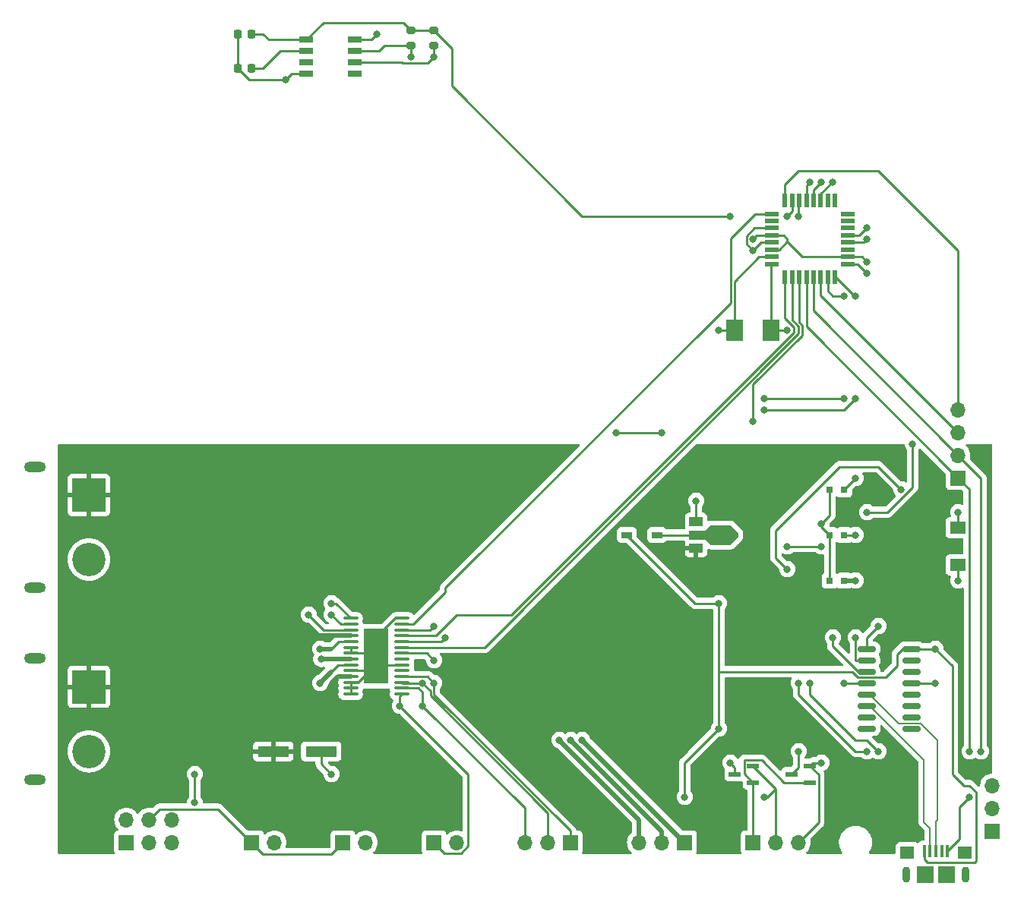
<source format=gbr>
%TF.GenerationSoftware,KiCad,Pcbnew,8.0.4*%
%TF.CreationDate,2024-08-11T19:16:42-04:00*%
%TF.ProjectId,foc_pcb,666f635f-7063-4622-9e6b-696361645f70,rev?*%
%TF.SameCoordinates,Original*%
%TF.FileFunction,Copper,L1,Top*%
%TF.FilePolarity,Positive*%
%FSLAX46Y46*%
G04 Gerber Fmt 4.6, Leading zero omitted, Abs format (unit mm)*
G04 Created by KiCad (PCBNEW 8.0.4) date 2024-08-11 19:16:42*
%MOMM*%
%LPD*%
G01*
G04 APERTURE LIST*
G04 Aperture macros list*
%AMRoundRect*
0 Rectangle with rounded corners*
0 $1 Rounding radius*
0 $2 $3 $4 $5 $6 $7 $8 $9 X,Y pos of 4 corners*
0 Add a 4 corners polygon primitive as box body*
4,1,4,$2,$3,$4,$5,$6,$7,$8,$9,$2,$3,0*
0 Add four circle primitives for the rounded corners*
1,1,$1+$1,$2,$3*
1,1,$1+$1,$4,$5*
1,1,$1+$1,$6,$7*
1,1,$1+$1,$8,$9*
0 Add four rect primitives between the rounded corners*
20,1,$1+$1,$2,$3,$4,$5,0*
20,1,$1+$1,$4,$5,$6,$7,0*
20,1,$1+$1,$6,$7,$8,$9,0*
20,1,$1+$1,$8,$9,$2,$3,0*%
%AMFreePoly0*
4,1,21,3.853536,1.103536,4.753536,0.203536,4.755000,0.200000,4.755000,-0.200000,4.753536,-0.203536,3.853536,-1.103536,3.850000,-1.105000,1.650000,-1.105000,1.646464,-1.103536,1.047928,-0.505000,-0.750000,-0.505000,-0.753536,-0.503536,-0.755000,-0.500000,-0.755000,0.500000,-0.753536,0.503536,-0.750000,0.505000,1.047928,0.505000,1.646464,1.103536,1.650000,1.105000,3.850000,1.105000,
3.853536,1.103536,3.853536,1.103536,$1*%
G04 Aperture macros list end*
%TA.AperFunction,ComponentPad*%
%ADD10R,1.700000X1.700000*%
%TD*%
%TA.AperFunction,ComponentPad*%
%ADD11O,1.700000X1.700000*%
%TD*%
%TA.AperFunction,SMDPad,CuDef*%
%ADD12R,0.400000X1.350000*%
%TD*%
%TA.AperFunction,SMDPad,CuDef*%
%ADD13R,1.600000X1.400000*%
%TD*%
%TA.AperFunction,SMDPad,CuDef*%
%ADD14R,1.900000X1.900000*%
%TD*%
%TA.AperFunction,ComponentPad*%
%ADD15O,0.900000X1.800000*%
%TD*%
%TA.AperFunction,SMDPad,CuDef*%
%ADD16R,1.500000X0.650000*%
%TD*%
%TA.AperFunction,SMDPad,CuDef*%
%ADD17R,3.500000X1.200000*%
%TD*%
%TA.AperFunction,ComponentPad*%
%ADD18R,3.716000X3.716000*%
%TD*%
%TA.AperFunction,ComponentPad*%
%ADD19C,3.716000*%
%TD*%
%TA.AperFunction,ComponentPad*%
%ADD20O,2.400000X1.200000*%
%TD*%
%TA.AperFunction,SMDPad,CuDef*%
%ADD21R,1.320800X0.558800*%
%TD*%
%TA.AperFunction,SMDPad,CuDef*%
%ADD22R,0.800000X0.800000*%
%TD*%
%TA.AperFunction,SMDPad,CuDef*%
%ADD23RoundRect,0.225000X0.225000X0.250000X-0.225000X0.250000X-0.225000X-0.250000X0.225000X-0.250000X0*%
%TD*%
%TA.AperFunction,SMDPad,CuDef*%
%ADD24RoundRect,0.200000X-0.275000X0.200000X-0.275000X-0.200000X0.275000X-0.200000X0.275000X0.200000X0*%
%TD*%
%TA.AperFunction,SMDPad,CuDef*%
%ADD25R,1.900000X2.400000*%
%TD*%
%TA.AperFunction,SMDPad,CuDef*%
%ADD26R,1.800000X1.350000*%
%TD*%
%TA.AperFunction,SMDPad,CuDef*%
%ADD27R,1.500000X1.000000*%
%TD*%
%TA.AperFunction,SMDPad,CuDef*%
%ADD28FreePoly0,0.000000*%
%TD*%
%TA.AperFunction,SMDPad,CuDef*%
%ADD29O,1.731500X0.343000*%
%TD*%
%TA.AperFunction,SMDPad,CuDef*%
%ADD30R,2.750000X6.200000*%
%TD*%
%TA.AperFunction,SMDPad,CuDef*%
%ADD31R,1.500000X0.600000*%
%TD*%
%TA.AperFunction,SMDPad,CuDef*%
%ADD32R,0.600000X1.500000*%
%TD*%
%TA.AperFunction,SMDPad,CuDef*%
%ADD33RoundRect,0.150000X-0.825000X-0.150000X0.825000X-0.150000X0.825000X0.150000X-0.825000X0.150000X0*%
%TD*%
%TA.AperFunction,SMDPad,CuDef*%
%ADD34R,1.210000X0.730000*%
%TD*%
%TA.AperFunction,ViaPad*%
%ADD35C,0.800000*%
%TD*%
%TA.AperFunction,ViaPad*%
%ADD36C,0.600000*%
%TD*%
%TA.AperFunction,Conductor*%
%ADD37C,0.250000*%
%TD*%
%TA.AperFunction,Conductor*%
%ADD38C,0.200000*%
%TD*%
%TA.AperFunction,Conductor*%
%ADD39C,0.525000*%
%TD*%
G04 APERTURE END LIST*
D10*
%TO.P,J1,1,Pin_1*%
%TO.N,/uRX*%
X368300000Y-295910000D03*
D11*
%TO.P,J1,2,Pin_2*%
%TO.N,/uTX*%
X368300000Y-293370000D03*
%TO.P,J1,3,Pin_3*%
%TO.N,GND*%
X368300000Y-290830000D03*
%TD*%
D12*
%TO.P,J12,1,VUSB*%
%TO.N,+5V*%
X360720000Y-298125000D03*
%TO.P,J12,2,D-*%
%TO.N,/ud-*%
X361370000Y-298125000D03*
%TO.P,J12,3,D+*%
%TO.N,/ud+*%
X362020000Y-298125000D03*
%TO.P,J12,4,ID*%
%TO.N,unconnected-(J12-ID-Pad4)*%
X362670000Y-298125000D03*
%TO.P,J12,5,GND*%
%TO.N,GND*%
X363320000Y-298125000D03*
D13*
%TO.P,J12,S1,SHIELD*%
%TO.N,unconnected-(J12-SHIELD-PadS1)*%
X358820000Y-298350000D03*
%TO.P,J12,S2,SHIELD__1*%
%TO.N,unconnected-(J12-SHIELD__1-PadS2)*%
X365220000Y-298350000D03*
D14*
%TO.P,J12,S4,SHIELD__3*%
%TO.N,unconnected-(J12-SHIELD__3-PadS4)*%
X360820000Y-300800000D03*
%TO.P,J12,S3,SHIELD__2*%
%TO.N,unconnected-(J12-SHIELD__2-PadS3)*%
X363220000Y-300800000D03*
D15*
%TO.P,J12,S5,SHIELD__4*%
%TO.N,unconnected-(J12-SHIELD__4-PadS5)*%
X358720000Y-300800000D03*
%TO.P,J12,S6,SHIELD__5*%
%TO.N,unconnected-(J12-SHIELD__5-PadS6)*%
X365320000Y-300800000D03*
%TD*%
D10*
%TO.P,J3,1,Pin_1*%
%TO.N,/out1*%
X334010000Y-297180000D03*
D11*
%TO.P,J3,2,Pin_2*%
%TO.N,/out2*%
X331470000Y-297180000D03*
%TO.P,J3,3,Pin_3*%
%TO.N,/out3*%
X328930000Y-297180000D03*
%TD*%
D10*
%TO.P,J4,1,Pin_1*%
%TO.N,/aRX1*%
X364490000Y-256530000D03*
D11*
%TO.P,J4,2,Pin_2*%
%TO.N,/aTX1*%
X364490000Y-253990000D03*
%TO.P,J4,3,Pin_3*%
%TO.N,/aRX2*%
X364490000Y-251450000D03*
%TO.P,J4,4,Pin_4*%
%TO.N,/aTX2*%
X364490000Y-248910000D03*
%TD*%
D16*
%TO.P,IC1,1,VDD5V*%
%TO.N,+5V*%
X291850000Y-207645000D03*
%TO.P,IC1,2,VDD3V3*%
%TO.N,Net-(IC1-VDD3V3)*%
X291850000Y-208915000D03*
%TO.P,IC1,3,OUT*%
%TO.N,unconnected-(IC1-OUT-Pad3)*%
X291850000Y-210185000D03*
%TO.P,IC1,4,GND*%
%TO.N,GND*%
X291850000Y-211455000D03*
%TO.P,IC1,5,PGO*%
%TO.N,unconnected-(IC1-PGO-Pad5)*%
X297250000Y-211455000D03*
%TO.P,IC1,6,SDA*%
%TO.N,/esda*%
X297250000Y-210185000D03*
%TO.P,IC1,7,SCL*%
%TO.N,/escl*%
X297250000Y-208915000D03*
%TO.P,IC1,8,DIR*%
%TO.N,GND*%
X297250000Y-207645000D03*
%TD*%
D17*
%TO.P,C11,1*%
%TO.N,VCC*%
X288160000Y-287020000D03*
%TO.P,C11,2*%
%TO.N,GND*%
X293500000Y-287020000D03*
%TD*%
D18*
%TO.P,J5,1,+*%
%TO.N,VCC*%
X267620000Y-279820000D03*
D19*
%TO.P,J5,2,-*%
%TO.N,GND*%
X267620000Y-287020000D03*
D20*
%TO.P,J5,S1*%
%TO.N,N/C*%
X261620000Y-276670000D03*
%TO.P,J5,S2*%
X261620000Y-290170000D03*
%TD*%
D10*
%TO.P,J9,1,Pin_1*%
%TO.N,+3.3V*%
X306070000Y-297180000D03*
D11*
%TO.P,J9,2,Pin_2*%
%TO.N,GND*%
X308610000Y-297180000D03*
%TD*%
D10*
%TO.P,J10,1,Pin_1*%
%TO.N,/miso*%
X271780000Y-297180000D03*
D11*
%TO.P,J10,2,Pin_2*%
%TO.N,/sck*%
X271780000Y-294640000D03*
%TO.P,J10,3,Pin_3*%
%TO.N,/rst*%
X274320000Y-297180000D03*
%TO.P,J10,4,Pin_4*%
%TO.N,+5V*%
X274320000Y-294640000D03*
%TO.P,J10,5,Pin_5*%
%TO.N,/mosi*%
X276860000Y-297180000D03*
%TO.P,J10,6,Pin_6*%
%TO.N,GND*%
X276860000Y-294640000D03*
%TD*%
D10*
%TO.P,J11,1,Pin_1*%
%TO.N,/3vin*%
X341630000Y-297180000D03*
D11*
%TO.P,J11,2,Pin_2*%
%TO.N,/lvRX*%
X344170000Y-297180000D03*
%TO.P,J11,3,Pin_3*%
%TO.N,/lvTX*%
X346710000Y-297180000D03*
%TD*%
D21*
%TO.P,U3,1,G*%
%TO.N,/3vin*%
X341630000Y-290499800D03*
%TO.P,U3,2,S*%
%TO.N,/lvRX*%
X341630000Y-288620200D03*
%TO.P,U3,3,D*%
%TO.N,/aRX1*%
X339598000Y-289560000D03*
%TD*%
D22*
%TO.P,D3,1,K*%
%TO.N,GND*%
X350191000Y-257810000D03*
%TO.P,D3,2,A*%
%TO.N,Net-(D3-A)*%
X351790000Y-257810000D03*
%TD*%
D23*
%TO.P,C13,1*%
%TO.N,+5V*%
X285750000Y-207010000D03*
%TO.P,C13,2*%
%TO.N,GND*%
X284200000Y-207010000D03*
%TD*%
D18*
%TO.P,J6,1,+*%
%TO.N,VCC*%
X267620000Y-258420000D03*
D19*
%TO.P,J6,2,-*%
%TO.N,GND*%
X267620000Y-265620000D03*
D20*
%TO.P,J6,S1*%
%TO.N,N/C*%
X261620000Y-255270000D03*
%TO.P,J6,S2*%
X261620000Y-268770000D03*
%TD*%
D24*
%TO.P,R9,2*%
%TO.N,/escl*%
X303530000Y-208280000D03*
%TO.P,R9,1*%
%TO.N,+5V*%
X303530000Y-206630000D03*
%TD*%
D25*
%TO.P,Y1,1*%
%TO.N,/x2*%
X343680000Y-240030000D03*
%TO.P,Y1,2*%
%TO.N,/x1*%
X339580000Y-240030000D03*
%TD*%
D26*
%TO.P,SW1,1,1*%
%TO.N,GND*%
X364490000Y-262085000D03*
%TO.P,SW1,2,2*%
%TO.N,/rst*%
X364490000Y-266235000D03*
%TD*%
D22*
%TO.P,D1,1,K*%
%TO.N,GND*%
X350191000Y-267977000D03*
%TO.P,D1,2,A*%
%TO.N,Net-(D1-A)*%
X351790000Y-267970000D03*
%TD*%
D27*
%TO.P,VR1,1,ADJUSTMENT*%
%TO.N,Net-(VR1-ADJUSTMENT)*%
X335280000Y-261390000D03*
D28*
%TO.P,VR1,2,OUTPUT*%
%TO.N,Net-(VR1-OUTPUT)*%
X335280000Y-262890000D03*
D27*
%TO.P,VR1,3,INPUT*%
%TO.N,VCC*%
X335280000Y-264390000D03*
%TD*%
D10*
%TO.P,J8,1,Pin_1*%
%TO.N,+5V*%
X295910000Y-297180000D03*
D11*
%TO.P,J8,2,Pin_2*%
%TO.N,GND*%
X298450000Y-297180000D03*
%TD*%
D29*
%TO.P,U1,1,CPL*%
%TO.N,Net-(U1-CPL)*%
X296784000Y-272175000D03*
%TO.P,U1,2,CPH*%
%TO.N,Net-(U1-CPH)*%
X296784000Y-272825000D03*
%TO.P,U1,3,VCP*%
%TO.N,Net-(U1-VCP)*%
X296784000Y-273475000D03*
%TO.P,U1,4,VM*%
%TO.N,VCC*%
X296784000Y-274125000D03*
%TO.P,U1,5,OUT1*%
%TO.N,/out1*%
X296784000Y-274775000D03*
%TO.P,U1,6,PGND1*%
%TO.N,GND*%
X296784000Y-275425000D03*
%TO.P,U1,7,PGND2*%
X296784000Y-276075000D03*
%TO.P,U1,8,OUT2*%
%TO.N,/out2*%
X296784000Y-276725000D03*
%TO.P,U1,9,OUT3*%
%TO.N,/out3*%
X296784000Y-277375000D03*
%TO.P,U1,10,PGND3*%
%TO.N,GND*%
X296784000Y-278025000D03*
%TO.P,U1,11,VM*%
%TO.N,VCC*%
X296784000Y-278675000D03*
%TO.P,U1,12,COMPP*%
%TO.N,GND*%
X296784000Y-279325000D03*
%TO.P,U1,13,COMPN*%
X296784000Y-279975000D03*
%TO.P,U1,14,GND*%
X296784000Y-280625000D03*
%TO.P,U1,15,V3P3*%
%TO.N,+3.3V*%
X302516000Y-280625000D03*
%TO.P,U1,16,~{RESET}*%
%TO.N,/nRes*%
X302516000Y-279975000D03*
%TO.P,U1,17,~{SLEEP}*%
%TO.N,/nSlp*%
X302516000Y-279325000D03*
%TO.P,U1,18,~{FAULT}*%
%TO.N,/fault*%
X302516000Y-278675000D03*
%TO.P,U1,19,~{COMPO}*%
%TO.N,unconnected-(U1-~{COMPO}-Pad19)*%
X302516000Y-278025000D03*
%TO.P,U1,20,GND*%
%TO.N,GND*%
X302516000Y-277375000D03*
%TO.P,U1,21,NC*%
%TO.N,unconnected-(U1-NC-Pad21)*%
X302516000Y-276725000D03*
%TO.P,U1,22,EN3*%
%TO.N,/en*%
X302516000Y-276075000D03*
%TO.P,U1,23,IN3*%
%TO.N,/in3*%
X302516000Y-275425000D03*
%TO.P,U1,24,EN2*%
%TO.N,/en*%
X302516000Y-274775000D03*
%TO.P,U1,25,IN2*%
%TO.N,/in2*%
X302516000Y-274125000D03*
%TO.P,U1,26,EN1*%
%TO.N,/en*%
X302516000Y-273475000D03*
%TO.P,U1,27,IN1*%
%TO.N,/in1*%
X302516000Y-272825000D03*
%TO.P,U1,28,GND*%
%TO.N,GND*%
X302516000Y-272175000D03*
D30*
%TO.P,U1,29,EXP*%
X299650000Y-276400000D03*
%TD*%
D22*
%TO.P,D5,1,K*%
%TO.N,GND*%
X350191000Y-262890000D03*
%TO.P,D5,2,A*%
%TO.N,Net-(D5-A)*%
X351790000Y-262890000D03*
%TD*%
D23*
%TO.P,C14,1*%
%TO.N,Net-(IC1-VDD3V3)*%
X285750000Y-210820000D03*
%TO.P,C14,2*%
%TO.N,GND*%
X284200000Y-210820000D03*
%TD*%
D31*
%TO.P,U2,1,PD3*%
%TO.N,/in1*%
X343730000Y-227070000D03*
%TO.P,U2,2,PD4*%
%TO.N,unconnected-(U2-PD4-Pad2)*%
X343730000Y-227870000D03*
%TO.P,U2,3,GND*%
%TO.N,GND*%
X343730000Y-228670000D03*
%TO.P,U2,4,VCC*%
%TO.N,+5V*%
X343730000Y-229470000D03*
%TO.P,U2,5,GND*%
%TO.N,GND*%
X343730000Y-230270000D03*
%TO.P,U2,6,VCC*%
%TO.N,+5V*%
X343730000Y-231070000D03*
%TO.P,U2,7,PB6*%
%TO.N,/x1*%
X343730000Y-231870000D03*
%TO.P,U2,8,PB7*%
%TO.N,/x2*%
X343730000Y-232670000D03*
D32*
%TO.P,U2,9,PD5*%
%TO.N,/in2*%
X345180000Y-234120000D03*
%TO.P,U2,10,PD6*%
%TO.N,/in3*%
X345980000Y-234120000D03*
%TO.P,U2,11,PD7*%
%TO.N,Net-(U2-PD7)*%
X346780000Y-234120000D03*
%TO.P,U2,12,PB0*%
%TO.N,/aRX1*%
X347580000Y-234120000D03*
%TO.P,U2,13,PB1*%
%TO.N,/aTX1*%
X348380000Y-234120000D03*
%TO.P,U2,14,PB2*%
%TO.N,/aRX2*%
X349180000Y-234120000D03*
%TO.P,U2,15,PB3*%
%TO.N,/mosi*%
X349980000Y-234120000D03*
%TO.P,U2,16,PB4*%
%TO.N,/miso*%
X350780000Y-234120000D03*
D31*
%TO.P,U2,17,PB5*%
%TO.N,/sck*%
X352230000Y-232670000D03*
%TO.P,U2,18,AVCC*%
%TO.N,+5V*%
X352230000Y-231870000D03*
%TO.P,U2,19,ADC6*%
%TO.N,unconnected-(U2-ADC6-Pad19)*%
X352230000Y-231070000D03*
%TO.P,U2,20,AREF*%
%TO.N,/aref*%
X352230000Y-230270000D03*
%TO.P,U2,21,GND*%
%TO.N,GND*%
X352230000Y-229470000D03*
%TO.P,U2,22,ADC7*%
%TO.N,unconnected-(U2-ADC7-Pad22)*%
X352230000Y-228670000D03*
%TO.P,U2,23,PC0*%
%TO.N,unconnected-(U2-PC0-Pad23)*%
X352230000Y-227870000D03*
%TO.P,U2,24,PC1*%
%TO.N,unconnected-(U2-PC1-Pad24)*%
X352230000Y-227070000D03*
D32*
%TO.P,U2,25,PC2*%
%TO.N,unconnected-(U2-PC2-Pad25)*%
X350780000Y-225620000D03*
%TO.P,U2,26,PC3*%
%TO.N,unconnected-(U2-PC3-Pad26)*%
X349980000Y-225620000D03*
%TO.P,U2,27,PC4*%
%TO.N,/esda*%
X349180000Y-225620000D03*
%TO.P,U2,28,PC5*%
%TO.N,/escl*%
X348380000Y-225620000D03*
%TO.P,U2,29,PC6/~{RESET}*%
%TO.N,/rst*%
X347580000Y-225620000D03*
%TO.P,U2,30,PD0*%
%TO.N,/uRX*%
X346780000Y-225620000D03*
%TO.P,U2,31,PD1*%
%TO.N,/uTX*%
X345980000Y-225620000D03*
%TO.P,U2,32,PD2*%
%TO.N,/aTX2*%
X345180000Y-225620000D03*
%TD*%
D33*
%TO.P,U5,1,GND*%
%TO.N,GND*%
X354330000Y-275590000D03*
%TO.P,U5,2,TXD*%
%TO.N,Net-(U5-TXD)*%
X354330000Y-276860000D03*
%TO.P,U5,3,RXD*%
%TO.N,Net-(U5-RXD)*%
X354330000Y-278130000D03*
%TO.P,U5,4,V3*%
%TO.N,Net-(U5-V3)*%
X354330000Y-279400000D03*
%TO.P,U5,5,UD+*%
%TO.N,/ud+*%
X354330000Y-280670000D03*
%TO.P,U5,6,UD-*%
%TO.N,/ud-*%
X354330000Y-281940000D03*
%TO.P,U5,7,NC*%
%TO.N,unconnected-(U5-NC-Pad7)*%
X354330000Y-283210000D03*
%TO.P,U5,8,NC*%
%TO.N,unconnected-(U5-NC-Pad8)*%
X354330000Y-284480000D03*
%TO.P,U5,9,~{CTS}*%
%TO.N,unconnected-(U5-~{CTS}-Pad9)*%
X359280000Y-284480000D03*
%TO.P,U5,10,~{DSR}*%
%TO.N,unconnected-(U5-~{DSR}-Pad10)*%
X359280000Y-283210000D03*
%TO.P,U5,11,~{RI}*%
%TO.N,unconnected-(U5-~{RI}-Pad11)*%
X359280000Y-281940000D03*
%TO.P,U5,12,~{DCD}*%
%TO.N,unconnected-(U5-~{DCD}-Pad12)*%
X359280000Y-280670000D03*
%TO.P,U5,13,~{DTR}*%
%TO.N,Net-(U5-~{DTR})*%
X359280000Y-279400000D03*
%TO.P,U5,14,~{RTS}*%
%TO.N,unconnected-(U5-~{RTS}-Pad14)*%
X359280000Y-278130000D03*
%TO.P,U5,15,R232*%
%TO.N,unconnected-(U5-R232-Pad15)*%
X359280000Y-276860000D03*
%TO.P,U5,16,VCC*%
%TO.N,+5V*%
X359280000Y-275590000D03*
%TD*%
D24*
%TO.P,R11,1*%
%TO.N,+5V*%
X306070000Y-206630000D03*
%TO.P,R11,2*%
%TO.N,/esda*%
X306070000Y-208280000D03*
%TD*%
D34*
%TO.P,D2,A*%
%TO.N,Net-(VR1-OUTPUT)*%
X330930000Y-262890000D03*
%TO.P,D2,C*%
%TO.N,+5V*%
X327570000Y-262890000D03*
%TD*%
D21*
%TO.P,U4,1,G*%
%TO.N,/3vin*%
X347980000Y-290499800D03*
%TO.P,U4,2,S*%
%TO.N,/lvTX*%
X347980000Y-288620200D03*
%TO.P,U4,3,D*%
%TO.N,/aTX1*%
X345948000Y-289560000D03*
%TD*%
D10*
%TO.P,J2,1,Pin_1*%
%TO.N,/fault*%
X321295000Y-297180000D03*
D11*
%TO.P,J2,2,Pin_2*%
%TO.N,/nSlp*%
X318755000Y-297180000D03*
%TO.P,J2,3,Pin_3*%
%TO.N,/nRes*%
X316215000Y-297180000D03*
%TD*%
D10*
%TO.P,J7,1,Pin_1*%
%TO.N,+5V*%
X285750000Y-297180000D03*
D11*
%TO.P,J7,2,Pin_2*%
%TO.N,GND*%
X288290000Y-297180000D03*
%TD*%
D35*
%TO.N,/uTX*%
X347980000Y-279400000D03*
%TO.N,/uRX*%
X346710000Y-279400000D03*
%TO.N,/uTX*%
X355600000Y-287020000D03*
%TO.N,/uRX*%
X354330000Y-287020000D03*
D36*
%TO.N,GND*%
X300390000Y-276860000D03*
X299050000Y-278130000D03*
D35*
X349250000Y-264160000D03*
X299720000Y-207010000D03*
X354330000Y-228600000D03*
X364490000Y-260350000D03*
D36*
X300390000Y-278130000D03*
D35*
X341630000Y-231140000D03*
X279400000Y-289560000D03*
D36*
X300390000Y-274320000D03*
D35*
X279400000Y-292740000D03*
D36*
X299050000Y-276860000D03*
D35*
X294640000Y-289560000D03*
D36*
X299050000Y-275590000D03*
D35*
X289560000Y-212090000D03*
X365760000Y-292100000D03*
X349250000Y-261620000D03*
D36*
X299050000Y-274320000D03*
X300390000Y-275590000D03*
D35*
X345440000Y-264160000D03*
X355600000Y-273050000D03*
%TO.N,+3.3V*%
X302260000Y-281940000D03*
%TO.N,Net-(U1-CPL)*%
X294640000Y-270510000D03*
%TO.N,Net-(U1-CPH)*%
X294640000Y-271780000D03*
%TO.N,VCC*%
X307340000Y-294640000D03*
X323850000Y-294640000D03*
X358140000Y-267970000D03*
X289560000Y-275590000D03*
X332740000Y-271780000D03*
%TO.N,Net-(U1-VCP)*%
X292100000Y-271780000D03*
%TO.N,+5V*%
X337820000Y-284480000D03*
X354330000Y-260350000D03*
X361950000Y-275590000D03*
X337820000Y-270510000D03*
X359410000Y-252730000D03*
X334010000Y-292100000D03*
X341630000Y-229870000D03*
X354330000Y-232410000D03*
X339090000Y-227330000D03*
%TO.N,/aref*%
X354330000Y-229870000D03*
%TO.N,/rst*%
X347980000Y-223520000D03*
X364490000Y-267970000D03*
%TO.N,Net-(U5-~{DTR})*%
X361950000Y-279400000D03*
%TO.N,Net-(U5-V3)*%
X351790000Y-279400000D03*
%TO.N,Net-(D1-A)*%
X353060000Y-267970000D03*
%TO.N,Net-(D3-A)*%
X353060000Y-256540000D03*
%TO.N,Net-(D5-A)*%
X353060000Y-262890000D03*
%TO.N,/escl*%
X349250000Y-223520000D03*
X303530000Y-209550000D03*
%TO.N,/esda*%
X306070000Y-209550000D03*
X350520000Y-223520000D03*
%TO.N,/nSlp*%
X304800000Y-279400000D03*
%TO.N,/fault*%
X306070000Y-279400000D03*
%TO.N,/nRes*%
X304800000Y-281940000D03*
%TO.N,/out2*%
X321310000Y-285750000D03*
X293505000Y-276725000D03*
%TO.N,/out3*%
X293370000Y-279400000D03*
X320040000Y-285750000D03*
%TO.N,/out1*%
X293370000Y-275590000D03*
X322580000Y-285750000D03*
%TO.N,/aTX1*%
X346710000Y-287020000D03*
X367030000Y-287020000D03*
%TO.N,/aRX1*%
X339090000Y-288290000D03*
X365760000Y-287020000D03*
%TO.N,/uRX*%
X346710000Y-227330000D03*
%TO.N,Net-(U5-TXD)*%
X353060000Y-274320000D03*
%TO.N,/uTX*%
X345440000Y-227330000D03*
%TO.N,Net-(U5-RXD)*%
X350520000Y-274320000D03*
%TO.N,/sck*%
X345440000Y-266700000D03*
X354330000Y-233680000D03*
X358140000Y-257810000D03*
%TO.N,Net-(U2-PD7)*%
X326390000Y-251460000D03*
X341630000Y-250190000D03*
X331470000Y-251460000D03*
%TO.N,/en*%
X307340000Y-274320000D03*
X306070000Y-273050000D03*
X306070000Y-276860000D03*
%TO.N,/x2*%
X345440000Y-240030000D03*
%TO.N,/x1*%
X337820000Y-240030000D03*
%TO.N,Net-(VR1-ADJUSTMENT)*%
X335280000Y-259080000D03*
%TO.N,/miso*%
X353060000Y-236220000D03*
X353060000Y-247650000D03*
X342900000Y-248920000D03*
%TO.N,/mosi*%
X351790000Y-236220000D03*
X351790000Y-247650000D03*
X342900000Y-247650000D03*
%TO.N,/lvTX*%
X349250000Y-288290000D03*
%TO.N,/lvRX*%
X342900000Y-292100000D03*
%TD*%
D37*
%TO.N,/uTX*%
X354330000Y-285750000D02*
X355600000Y-287020000D01*
%TO.N,/uRX*%
X353060000Y-287020000D02*
X354330000Y-287020000D01*
X346710000Y-280670000D02*
X353060000Y-287020000D01*
X346710000Y-279400000D02*
X346710000Y-280670000D01*
%TO.N,+5V*%
X303530000Y-206630000D02*
X302640000Y-205740000D01*
X302640000Y-205740000D02*
X293755000Y-205740000D01*
X293755000Y-205740000D02*
X291850000Y-207645000D01*
X303530000Y-206630000D02*
X306070000Y-206630000D01*
X308065000Y-208625000D02*
X306070000Y-206630000D01*
X308065000Y-212815000D02*
X308065000Y-208625000D01*
%TO.N,/esda*%
X302540000Y-210275000D02*
X305345000Y-210275000D01*
X302450000Y-210185000D02*
X302540000Y-210275000D01*
X305345000Y-210275000D02*
X306070000Y-209550000D01*
%TO.N,/escl*%
X303530000Y-208280000D02*
X303530000Y-209550000D01*
%TO.N,/esda*%
X306070000Y-208280000D02*
X306070000Y-209550000D01*
%TO.N,+5V*%
X322580000Y-227330000D02*
X339090000Y-227330000D01*
X308065000Y-212815000D02*
X322580000Y-227330000D01*
X365110000Y-290830000D02*
X363840000Y-289560000D01*
X365760000Y-290830000D02*
X365110000Y-290830000D01*
X363840000Y-277480000D02*
X361950000Y-275590000D01*
X363840000Y-289560000D02*
X363840000Y-277480000D01*
X366485000Y-291555000D02*
X365760000Y-290830000D01*
X366485000Y-299235000D02*
X366485000Y-291555000D01*
X366345000Y-299375000D02*
X366485000Y-299235000D01*
X361045000Y-299375000D02*
X366345000Y-299375000D01*
X360720000Y-299050000D02*
X361045000Y-299375000D01*
X360720000Y-298125000D02*
X360720000Y-299050000D01*
D38*
%TO.N,/ud-*%
X361370000Y-295600000D02*
X360690000Y-294920000D01*
X361370000Y-298125000D02*
X361370000Y-295600000D01*
%TO.N,/ud+*%
X362020000Y-294810000D02*
X362190000Y-294640000D01*
X362020000Y-298125000D02*
X362020000Y-294810000D01*
X354675552Y-280670000D02*
X354330000Y-280670000D01*
X357885552Y-283880000D02*
X354675552Y-280670000D01*
X360295552Y-283880000D02*
X357885552Y-283880000D01*
X362190000Y-285774448D02*
X360295552Y-283880000D01*
X362190000Y-294640000D02*
X362190000Y-285774448D01*
D37*
%TO.N,GND*%
X364640000Y-293220000D02*
X365760000Y-292100000D01*
X363320000Y-298125000D02*
X364640000Y-296805000D01*
X364640000Y-296805000D02*
X364640000Y-293220000D01*
X293500000Y-287020000D02*
X293500000Y-288420000D01*
X296784000Y-279325000D02*
X297556750Y-279325000D01*
X342500000Y-230270000D02*
X341630000Y-231140000D01*
X296784000Y-275425000D02*
X296784000Y-276075000D01*
X353460000Y-229470000D02*
X354330000Y-228600000D01*
X340905000Y-229569695D02*
X340905000Y-230415000D01*
X350191000Y-260679000D02*
X349250000Y-261620000D01*
X302516000Y-277375000D02*
X300625000Y-277375000D01*
X340905000Y-230415000D02*
X341630000Y-231140000D01*
X350191000Y-257810000D02*
X350191000Y-260679000D01*
X296784000Y-279975000D02*
X296784000Y-280625000D01*
X343730000Y-230270000D02*
X342500000Y-230270000D01*
X349250000Y-261620000D02*
X349250000Y-261949000D01*
X354330000Y-274320000D02*
X355600000Y-273050000D01*
X284200000Y-210820000D02*
X285470000Y-212090000D01*
X296784000Y-279325000D02*
X296784000Y-279975000D01*
X299085000Y-207645000D02*
X299720000Y-207010000D01*
X349250000Y-261949000D02*
X350191000Y-262890000D01*
X298945000Y-278025000D02*
X299050000Y-278130000D01*
X291850000Y-211455000D02*
X290195000Y-211455000D01*
X350191000Y-267977000D02*
X350191000Y-262890000D01*
X301743250Y-272175000D02*
X299650000Y-274268250D01*
X302516000Y-272175000D02*
X301743250Y-272175000D01*
X299650000Y-274268250D02*
X299650000Y-276400000D01*
X290195000Y-211455000D02*
X289560000Y-212090000D01*
X300625000Y-277375000D02*
X299650000Y-276400000D01*
X296784000Y-278025000D02*
X298945000Y-278025000D01*
X279400000Y-292740000D02*
X279400000Y-289560000D01*
X299325000Y-276075000D02*
X296784000Y-276075000D01*
X345440000Y-264160000D02*
X349250000Y-264160000D01*
X364490000Y-260350000D02*
X364490000Y-262085000D01*
X297556750Y-279325000D02*
X298751750Y-278130000D01*
X284200000Y-207010000D02*
X284200000Y-210820000D01*
X352230000Y-229470000D02*
X353460000Y-229470000D01*
X297250000Y-207645000D02*
X299085000Y-207645000D01*
X291850000Y-211455000D02*
X291685000Y-211620000D01*
X354330000Y-275590000D02*
X354330000Y-274320000D01*
X293500000Y-288420000D02*
X294640000Y-289560000D01*
X299650000Y-276400000D02*
X299325000Y-276075000D01*
X341804695Y-228670000D02*
X340905000Y-229569695D01*
X343730000Y-228670000D02*
X341804695Y-228670000D01*
X298751750Y-278130000D02*
X299050000Y-278130000D01*
X285470000Y-212090000D02*
X289560000Y-212090000D01*
%TO.N,+3.3V*%
X309880000Y-289560000D02*
X302260000Y-281940000D01*
X302260000Y-281940000D02*
X302260000Y-280881000D01*
X307245000Y-298355000D02*
X309096701Y-298355000D01*
X302260000Y-280881000D02*
X302516000Y-280625000D01*
X309880000Y-297571701D02*
X309880000Y-289560000D01*
X306070000Y-297180000D02*
X307245000Y-298355000D01*
X309096701Y-298355000D02*
X309880000Y-297571701D01*
%TO.N,Net-(U1-CPL)*%
X295119000Y-270510000D02*
X296784000Y-272175000D01*
X294640000Y-270510000D02*
X295119000Y-270510000D01*
%TO.N,Net-(U1-CPH)*%
X294640000Y-271780000D02*
X295685000Y-272825000D01*
X295685000Y-272825000D02*
X296784000Y-272825000D01*
D39*
%TO.N,VCC*%
X295365000Y-278675000D02*
X296784000Y-278675000D01*
X289560000Y-275590000D02*
X291025000Y-274125000D01*
X291025000Y-274125000D02*
X296784000Y-274125000D01*
X294640000Y-279400000D02*
X295365000Y-278675000D01*
X294640000Y-280670000D02*
X294640000Y-279400000D01*
D37*
%TO.N,Net-(U1-VCP)*%
X293795000Y-273475000D02*
X296784000Y-273475000D01*
X292100000Y-271780000D02*
X293795000Y-273475000D01*
%TO.N,+5V*%
X361950000Y-275590000D02*
X359280000Y-275590000D01*
X343810000Y-229470000D02*
X342030000Y-229470000D01*
X274320000Y-294640000D02*
X275495000Y-293465000D01*
X337820000Y-278130000D02*
X337820000Y-284480000D01*
X357705908Y-276189093D02*
X358305001Y-275590000D01*
X358305001Y-275590000D02*
X359280000Y-275590000D01*
X343810000Y-231070000D02*
X344545000Y-231070000D01*
X285750000Y-297180000D02*
X287020000Y-298450000D01*
X356435908Y-278755000D02*
X357705908Y-277485000D01*
X334010000Y-288290000D02*
X334010000Y-292100000D01*
X353790000Y-231870000D02*
X352150000Y-231870000D01*
X354330000Y-232410000D02*
X353790000Y-231870000D01*
X337820000Y-284480000D02*
X334010000Y-288290000D01*
X354330000Y-260350000D02*
X356625305Y-260350000D01*
X347135000Y-231870000D02*
X345440000Y-230175000D01*
X285750000Y-207010000D02*
X287020000Y-207010000D01*
X359410000Y-257565305D02*
X359410000Y-252730000D01*
X344545000Y-231070000D02*
X345440000Y-230175000D01*
X337820000Y-270510000D02*
X337820000Y-278130000D01*
X357705908Y-277485000D02*
X357705908Y-276189093D01*
X353304092Y-278755000D02*
X356435908Y-278755000D01*
X337820000Y-278130000D02*
X352679092Y-278130000D01*
X282035000Y-293465000D02*
X285750000Y-297180000D01*
X356625305Y-260350000D02*
X359410000Y-257565305D01*
X352150000Y-231870000D02*
X347135000Y-231870000D01*
X287020000Y-207010000D02*
X287655000Y-207645000D01*
X352679092Y-278130000D02*
X353304092Y-278755000D01*
X327570000Y-262890000D02*
X335190000Y-270510000D01*
X345040000Y-229470000D02*
X343810000Y-229470000D01*
X345440000Y-230175000D02*
X345440000Y-229870000D01*
X335190000Y-270510000D02*
X337820000Y-270510000D01*
X275495000Y-293465000D02*
X282035000Y-293465000D01*
X294640000Y-298450000D02*
X295910000Y-297180000D01*
X345440000Y-229870000D02*
X345040000Y-229470000D01*
X342030000Y-229470000D02*
X341630000Y-229870000D01*
X287655000Y-207645000D02*
X291850000Y-207645000D01*
X287020000Y-298450000D02*
X294640000Y-298450000D01*
%TO.N,/aref*%
X353930000Y-230270000D02*
X352150000Y-230270000D01*
X354330000Y-229870000D02*
X353930000Y-230270000D01*
%TO.N,/rst*%
X347580000Y-225700000D02*
X347580000Y-223920000D01*
X347580000Y-223920000D02*
X347980000Y-223520000D01*
X364490000Y-266235000D02*
X364490000Y-267970000D01*
%TO.N,Net-(U5-~{DTR})*%
X361950000Y-279400000D02*
X359280000Y-279400000D01*
%TO.N,Net-(U5-V3)*%
X354330000Y-279400000D02*
X351790000Y-279400000D01*
%TO.N,Net-(IC1-VDD3V3)*%
X287020000Y-210820000D02*
X288925000Y-208915000D01*
X285750000Y-210820000D02*
X287020000Y-210820000D01*
X288925000Y-208915000D02*
X291850000Y-208915000D01*
D39*
%TO.N,Net-(D1-A)*%
X353060000Y-267970000D02*
X351790000Y-267970000D01*
D37*
%TO.N,Net-(VR1-OUTPUT)*%
X330930000Y-262890000D02*
X335280000Y-262890000D01*
%TO.N,Net-(D3-A)*%
X353060000Y-256540000D02*
X351790000Y-257810000D01*
%TO.N,Net-(D5-A)*%
X353060000Y-262890000D02*
X351790000Y-262890000D01*
%TO.N,/escl*%
X348380000Y-225700000D02*
X348380000Y-224390000D01*
X299910000Y-208915000D02*
X297250000Y-208915000D01*
X348380000Y-224390000D02*
X349250000Y-223520000D01*
%TO.N,/esda*%
X302450000Y-210185000D02*
X297250000Y-210185000D01*
X349180000Y-225700000D02*
X349180000Y-224860000D01*
X349180000Y-224860000D02*
X350520000Y-223520000D01*
D38*
%TO.N,/ud-*%
X354675552Y-281940000D02*
X354330000Y-281940000D01*
X360690000Y-287954448D02*
X354675552Y-281940000D01*
X360690000Y-294920000D02*
X360690000Y-287954448D01*
D37*
%TO.N,/nSlp*%
X305693000Y-280293000D02*
X305693000Y-280826158D01*
X304800000Y-279400000D02*
X302591000Y-279400000D01*
X305693000Y-280826158D02*
X318755000Y-293888158D01*
X318755000Y-293888158D02*
X318755000Y-297180000D01*
X304800000Y-279400000D02*
X305693000Y-280293000D01*
X302591000Y-279400000D02*
X302516000Y-279325000D01*
%TO.N,/fault*%
X306070000Y-279400000D02*
X305345000Y-278675000D01*
X306070000Y-280670000D02*
X321295000Y-295895000D01*
X306070000Y-279400000D02*
X306070000Y-280670000D01*
X305345000Y-278675000D02*
X302516000Y-278675000D01*
X321295000Y-295895000D02*
X321295000Y-297180000D01*
%TO.N,/nRes*%
X304800000Y-281940000D02*
X316215000Y-293355000D01*
X304800000Y-280443125D02*
X304331875Y-279975000D01*
X304800000Y-281940000D02*
X304800000Y-280443125D01*
X316215000Y-293355000D02*
X316215000Y-297180000D01*
X304331875Y-279975000D02*
X302516000Y-279975000D01*
D39*
%TO.N,/out2*%
X331470000Y-297180000D02*
X331470000Y-295910000D01*
X293505000Y-276725000D02*
X296784000Y-276725000D01*
X331470000Y-295910000D02*
X321310000Y-285750000D01*
D37*
%TO.N,/out3*%
X295395000Y-277375000D02*
X294640000Y-278130000D01*
D39*
X293370000Y-279400000D02*
X294640000Y-278130000D01*
D37*
X296784000Y-277375000D02*
X295395000Y-277375000D01*
D39*
X328930000Y-297180000D02*
X328930000Y-294640000D01*
X328930000Y-294640000D02*
X320040000Y-285750000D01*
D37*
%TO.N,/out1*%
X294640000Y-275590000D02*
X295455000Y-274775000D01*
D39*
X334010000Y-297180000D02*
X322580000Y-285750000D01*
X294640000Y-275590000D02*
X293370000Y-275590000D01*
D37*
X295455000Y-274775000D02*
X296784000Y-274775000D01*
%TO.N,/aRX2*%
X349180000Y-236140000D02*
X349180000Y-234040000D01*
X364490000Y-251450000D02*
X349180000Y-236140000D01*
%TO.N,/aTX1*%
X364490000Y-253990000D02*
X367030000Y-256530000D01*
X367030000Y-256530000D02*
X367030000Y-287020000D01*
X346710000Y-287020000D02*
X346710000Y-288798000D01*
X348380000Y-237880000D02*
X348380000Y-234040000D01*
X364490000Y-253990000D02*
X348380000Y-237880000D01*
X346710000Y-288798000D02*
X345948000Y-289560000D01*
%TO.N,/aRX1*%
X364490000Y-256530000D02*
X365715000Y-257755000D01*
X347580000Y-239620000D02*
X347580000Y-234040000D01*
X365715000Y-257755000D02*
X365760000Y-287020000D01*
X364490000Y-256530000D02*
X347580000Y-239620000D01*
X339598000Y-288798000D02*
X339090000Y-288290000D01*
X339598000Y-289560000D02*
X339598000Y-288798000D01*
X365760000Y-287020000D02*
X365715000Y-286975000D01*
%TO.N,/aTX2*%
X346710000Y-222250000D02*
X345180000Y-223780000D01*
X355600000Y-222250000D02*
X346710000Y-222250000D01*
X345180000Y-223780000D02*
X345180000Y-225700000D01*
X364490000Y-231140000D02*
X355600000Y-222250000D01*
X364490000Y-248910000D02*
X364490000Y-231140000D01*
%TO.N,/uRX*%
X346710000Y-225770000D02*
X346780000Y-225700000D01*
X346710000Y-227330000D02*
X346710000Y-225770000D01*
%TO.N,Net-(U5-TXD)*%
X353030000Y-276830000D02*
X353030000Y-274350000D01*
X353030000Y-274350000D02*
X353060000Y-274320000D01*
X353060000Y-276860000D02*
X353030000Y-276830000D01*
X354330000Y-276860000D02*
X353060000Y-276860000D01*
%TO.N,/uTX*%
X345980000Y-226790000D02*
X345980000Y-225700000D01*
X345440000Y-227330000D02*
X345980000Y-226790000D01*
%TO.N,Net-(U5-RXD)*%
X354330000Y-278130000D02*
X353355001Y-278130000D01*
X350520000Y-275294999D02*
X350520000Y-274320000D01*
X353355001Y-278130000D02*
X350520000Y-275294999D01*
%TO.N,/sck*%
X344170000Y-262381000D02*
X351281000Y-255270000D01*
X353320000Y-232670000D02*
X354330000Y-233680000D01*
X344170000Y-265430000D02*
X344170000Y-262381000D01*
X345440000Y-266700000D02*
X344170000Y-265430000D01*
X355600000Y-255270000D02*
X358140000Y-257810000D01*
X351281000Y-255270000D02*
X355600000Y-255270000D01*
X352150000Y-232670000D02*
X353320000Y-232670000D01*
%TO.N,Net-(U2-PD7)*%
X331470000Y-251460000D02*
X326390000Y-251460000D01*
X346780000Y-239175140D02*
X347087000Y-239482140D01*
X341630000Y-246108695D02*
X341630000Y-250190000D01*
X347087000Y-239482140D02*
X347087000Y-240651695D01*
X347087000Y-240651695D02*
X341630000Y-246108695D01*
X346780000Y-234120000D02*
X346780000Y-239175140D01*
%TO.N,/en*%
X307340000Y-274320000D02*
X306885000Y-274775000D01*
X306070000Y-276860000D02*
X305285000Y-276075000D01*
X305645000Y-273475000D02*
X302516000Y-273475000D01*
X306885000Y-274775000D02*
X302516000Y-274775000D01*
X306070000Y-273050000D02*
X305645000Y-273475000D01*
X305285000Y-276075000D02*
X302516000Y-276075000D01*
%TO.N,/in1*%
X339130000Y-237004506D02*
X339130000Y-229830000D01*
X339130000Y-229830000D02*
X341890000Y-227070000D01*
X307340000Y-269240000D02*
X307340000Y-268794506D01*
X303755000Y-272825000D02*
X302516000Y-272825000D01*
X307340000Y-269240000D02*
X303755000Y-272825000D01*
X341890000Y-227070000D02*
X343810000Y-227070000D01*
X307340000Y-268794506D02*
X339130000Y-237004506D01*
%TO.N,/in2*%
X346165000Y-239729695D02*
X346165000Y-240330305D01*
X345180000Y-234040000D02*
X345180000Y-238744695D01*
X345180000Y-238744695D02*
X346165000Y-239729695D01*
X314715305Y-271780000D02*
X308610000Y-271780000D01*
X308610000Y-271780000D02*
X306265000Y-274125000D01*
X346165000Y-240330305D02*
X314715305Y-271780000D01*
X306265000Y-274125000D02*
X302516000Y-274125000D01*
%TO.N,/in3*%
X345980000Y-238908299D02*
X346710000Y-239638299D01*
X302516000Y-275425000D02*
X311706701Y-275425000D01*
X345980000Y-234040000D02*
X345980000Y-238908299D01*
X346710000Y-240421701D02*
X311706701Y-275425000D01*
X346710000Y-239638299D02*
X346710000Y-240421701D01*
%TO.N,/x2*%
X343680000Y-232800000D02*
X343810000Y-232670000D01*
X343680000Y-240030000D02*
X345440000Y-240030000D01*
X343680000Y-240030000D02*
X343680000Y-232800000D01*
%TO.N,/x1*%
X337820000Y-240030000D02*
X339580000Y-240030000D01*
X339580000Y-240030000D02*
X339580000Y-234611252D01*
X342321252Y-231870000D02*
X343810000Y-231870000D01*
X339580000Y-234611252D02*
X342321252Y-231870000D01*
%TO.N,Net-(VR1-ADJUSTMENT)*%
X335280000Y-261390000D02*
X335280000Y-259080000D01*
%TO.N,/miso*%
X353060000Y-247650000D02*
X351790000Y-248920000D01*
X352960000Y-236220000D02*
X350780000Y-234040000D01*
X353060000Y-236220000D02*
X352960000Y-236220000D01*
X351790000Y-248920000D02*
X342900000Y-248920000D01*
%TO.N,/mosi*%
X350520000Y-236220000D02*
X349980000Y-235680000D01*
X351790000Y-247650000D02*
X342900000Y-247650000D01*
X351790000Y-236220000D02*
X350520000Y-236220000D01*
X349980000Y-235680000D02*
X349980000Y-234040000D01*
%TO.N,/lvTX*%
X348965400Y-289605600D02*
X348965400Y-294924600D01*
X349250000Y-288290000D02*
X348310200Y-288290000D01*
X347980000Y-288620200D02*
X348965400Y-289605600D01*
X348965400Y-294924600D02*
X346710000Y-297180000D01*
X348310200Y-288290000D02*
X347980000Y-288620200D01*
%TO.N,/3vin*%
X347980000Y-290499800D02*
X345099400Y-290499800D01*
X342615400Y-288015800D02*
X340644600Y-288015800D01*
X341630000Y-290499800D02*
X341630000Y-293370000D01*
X345099400Y-290499800D02*
X342615400Y-288015800D01*
X340644600Y-288015800D02*
X340644600Y-289514400D01*
X340644600Y-289514400D02*
X341630000Y-290499800D01*
X341630000Y-293370000D02*
X341630000Y-297180000D01*
%TO.N,/lvRX*%
X344170000Y-291160200D02*
X344170000Y-297180000D01*
X341630000Y-288620200D02*
X344170000Y-291160200D01*
X342900000Y-292100000D02*
X343230200Y-292100000D01*
X343230200Y-292100000D02*
X344170000Y-291160200D01*
%TO.N,/escl*%
X300545000Y-208280000D02*
X303530000Y-208280000D01*
X299910000Y-208915000D02*
X300545000Y-208280000D01*
%TO.N,/uTX*%
X347980000Y-280670000D02*
X353060000Y-285750000D01*
X347980000Y-279400000D02*
X347980000Y-280670000D01*
X353060000Y-285750000D02*
X354330000Y-285750000D01*
%TD*%
%TA.AperFunction,Conductor*%
%TO.N,VCC*%
G36*
X322287592Y-252749685D02*
G01*
X322333347Y-252802489D01*
X322343291Y-252871647D01*
X322314266Y-252935203D01*
X322308234Y-252941681D01*
X306941270Y-268308645D01*
X306941267Y-268308648D01*
X306911638Y-268338277D01*
X306854142Y-268395772D01*
X306834698Y-268424873D01*
X306834697Y-268424874D01*
X306785690Y-268498215D01*
X306785688Y-268498219D01*
X306774632Y-268524911D01*
X306758996Y-268562661D01*
X306738538Y-268612050D01*
X306738535Y-268612062D01*
X306714500Y-268732895D01*
X306714500Y-268929547D01*
X306694815Y-268996586D01*
X306678181Y-269017228D01*
X303925807Y-271769601D01*
X303864484Y-271803086D01*
X303794792Y-271798102D01*
X303738859Y-271756230D01*
X303735022Y-271750808D01*
X303732226Y-271746623D01*
X303638628Y-271653025D01*
X303638624Y-271653022D01*
X303528568Y-271579484D01*
X303528555Y-271579477D01*
X303406271Y-271528826D01*
X303406267Y-271528824D01*
X303406265Y-271528824D01*
X303406261Y-271528823D01*
X303406257Y-271528822D01*
X303276440Y-271503000D01*
X303276436Y-271503000D01*
X301755564Y-271503000D01*
X301755559Y-271503000D01*
X301625742Y-271528822D01*
X301625728Y-271528826D01*
X301503444Y-271579477D01*
X301503431Y-271579484D01*
X301393380Y-271653018D01*
X301393370Y-271653027D01*
X301391538Y-271654859D01*
X301372757Y-271670272D01*
X301344518Y-271689141D01*
X301344514Y-271689144D01*
X300270477Y-272763181D01*
X300209154Y-272796666D01*
X300182796Y-272799500D01*
X298260107Y-272799500D01*
X298193068Y-272779815D01*
X298147313Y-272727011D01*
X298138491Y-272699696D01*
X298124426Y-272628985D01*
X298090653Y-272547451D01*
X298083185Y-272477984D01*
X298090654Y-272452547D01*
X298095098Y-272441819D01*
X298124426Y-272371015D01*
X298150250Y-272241186D01*
X298150250Y-272108814D01*
X298124426Y-271978985D01*
X298083421Y-271879989D01*
X298073772Y-271856694D01*
X298073765Y-271856681D01*
X298000227Y-271746625D01*
X298000224Y-271746621D01*
X297906628Y-271653025D01*
X297906624Y-271653022D01*
X297796568Y-271579484D01*
X297796555Y-271579477D01*
X297674271Y-271528826D01*
X297674267Y-271528824D01*
X297674265Y-271528824D01*
X297674261Y-271528823D01*
X297674257Y-271528822D01*
X297544440Y-271503000D01*
X297544436Y-271503000D01*
X297047953Y-271503000D01*
X296980914Y-271483315D01*
X296960272Y-271466681D01*
X295611928Y-270118338D01*
X295611925Y-270118334D01*
X295611925Y-270118335D01*
X295604858Y-270111268D01*
X295604858Y-270111267D01*
X295517733Y-270024142D01*
X295517732Y-270024141D01*
X295517731Y-270024140D01*
X295466509Y-269989915D01*
X295415286Y-269955688D01*
X295415283Y-269955686D01*
X295415280Y-269955685D01*
X295341299Y-269925042D01*
X295296601Y-269893453D01*
X295245875Y-269837116D01*
X295245869Y-269837110D01*
X295092734Y-269725851D01*
X295092729Y-269725848D01*
X294919807Y-269648857D01*
X294919802Y-269648855D01*
X294774001Y-269617865D01*
X294734646Y-269609500D01*
X294545354Y-269609500D01*
X294512897Y-269616398D01*
X294360197Y-269648855D01*
X294360192Y-269648857D01*
X294187270Y-269725848D01*
X294187265Y-269725851D01*
X294034129Y-269837111D01*
X293907466Y-269977785D01*
X293812821Y-270141715D01*
X293812818Y-270141722D01*
X293754327Y-270321740D01*
X293754326Y-270321744D01*
X293734540Y-270510000D01*
X293754326Y-270698256D01*
X293754327Y-270698259D01*
X293812818Y-270878277D01*
X293812821Y-270878284D01*
X293907467Y-271042216D01*
X293917806Y-271053699D01*
X293925307Y-271062030D01*
X293955535Y-271125022D01*
X293946909Y-271194357D01*
X293925307Y-271227970D01*
X293907466Y-271247785D01*
X293812821Y-271411715D01*
X293812818Y-271411722D01*
X293754327Y-271591740D01*
X293754326Y-271591744D01*
X293734540Y-271780000D01*
X293754326Y-271968256D01*
X293754327Y-271968259D01*
X293812818Y-272148277D01*
X293812821Y-272148284D01*
X293907467Y-272312216D01*
X294009185Y-272425185D01*
X294034129Y-272452888D01*
X294187265Y-272564148D01*
X294187270Y-272564151D01*
X294295235Y-272612221D01*
X294348472Y-272657471D01*
X294368793Y-272724320D01*
X294349747Y-272791544D01*
X294297381Y-272837799D01*
X294244799Y-272849500D01*
X294105452Y-272849500D01*
X294038413Y-272829815D01*
X294017771Y-272813181D01*
X293038960Y-271834370D01*
X293005475Y-271773047D01*
X293003323Y-271759671D01*
X292985674Y-271591744D01*
X292927179Y-271411716D01*
X292832533Y-271247784D01*
X292705871Y-271107112D01*
X292646962Y-271064312D01*
X292552734Y-270995851D01*
X292552729Y-270995848D01*
X292379807Y-270918857D01*
X292379802Y-270918855D01*
X292234001Y-270887865D01*
X292194646Y-270879500D01*
X292005354Y-270879500D01*
X291972897Y-270886398D01*
X291820197Y-270918855D01*
X291820192Y-270918857D01*
X291647270Y-270995848D01*
X291647265Y-270995851D01*
X291494129Y-271107111D01*
X291367466Y-271247785D01*
X291272821Y-271411715D01*
X291272818Y-271411722D01*
X291214327Y-271591740D01*
X291214326Y-271591744D01*
X291194540Y-271780000D01*
X291214326Y-271968256D01*
X291214327Y-271968259D01*
X291272818Y-272148277D01*
X291272821Y-272148284D01*
X291367467Y-272312216D01*
X291469185Y-272425185D01*
X291494129Y-272452888D01*
X291647265Y-272564148D01*
X291647270Y-272564151D01*
X291820192Y-272641142D01*
X291820197Y-272641144D01*
X292005354Y-272680500D01*
X292064548Y-272680500D01*
X292131587Y-272700185D01*
X292152229Y-272716819D01*
X293306016Y-273870606D01*
X293306045Y-273870637D01*
X293396263Y-273960855D01*
X293396271Y-273960861D01*
X293442978Y-273992070D01*
X293442979Y-273992070D01*
X293498714Y-274029312D01*
X293516520Y-274036687D01*
X293569931Y-274058811D01*
X293569936Y-274058812D01*
X293569940Y-274058814D01*
X293612548Y-274076463D01*
X293659480Y-274085798D01*
X293733391Y-274100499D01*
X293733392Y-274100500D01*
X293733393Y-274100500D01*
X293733394Y-274100500D01*
X294945546Y-274100500D01*
X295012585Y-274120185D01*
X295058340Y-274172989D01*
X295068284Y-274242147D01*
X295039259Y-274305703D01*
X295033228Y-274312181D01*
X294969142Y-274376267D01*
X294969139Y-274376270D01*
X294554729Y-274790681D01*
X294493406Y-274824166D01*
X294467048Y-274827000D01*
X293892132Y-274827000D01*
X293828770Y-274808394D01*
X293828363Y-274809101D01*
X293825451Y-274807420D01*
X293825093Y-274807315D01*
X293824136Y-274806660D01*
X293822729Y-274805848D01*
X293649807Y-274728857D01*
X293649802Y-274728855D01*
X293504001Y-274697865D01*
X293464646Y-274689500D01*
X293275354Y-274689500D01*
X293242897Y-274696398D01*
X293090197Y-274728855D01*
X293090192Y-274728857D01*
X292917270Y-274805848D01*
X292917265Y-274805851D01*
X292764129Y-274917111D01*
X292637466Y-275057785D01*
X292542821Y-275221715D01*
X292542818Y-275221722D01*
X292493241Y-275374306D01*
X292484326Y-275401744D01*
X292464540Y-275590000D01*
X292484326Y-275778256D01*
X292484327Y-275778259D01*
X292542818Y-275958277D01*
X292542821Y-275958284D01*
X292637464Y-276122212D01*
X292637465Y-276122214D01*
X292637467Y-276122216D01*
X292684266Y-276174191D01*
X292714495Y-276237181D01*
X292705870Y-276306516D01*
X292699503Y-276319160D01*
X292677822Y-276356713D01*
X292677818Y-276356722D01*
X292622551Y-276526819D01*
X292619326Y-276536744D01*
X292599540Y-276725000D01*
X292619326Y-276913256D01*
X292619327Y-276913259D01*
X292677818Y-277093277D01*
X292677821Y-277093284D01*
X292772467Y-277257216D01*
X292859740Y-277354142D01*
X292899129Y-277397888D01*
X293052265Y-277509148D01*
X293052270Y-277509151D01*
X293225192Y-277586142D01*
X293225197Y-277586144D01*
X293410354Y-277625500D01*
X293410355Y-277625500D01*
X293599644Y-277625500D01*
X293599646Y-277625500D01*
X293781721Y-277586799D01*
X293851388Y-277592115D01*
X293907122Y-277634252D01*
X293931227Y-277699832D01*
X293916050Y-277768033D01*
X293895183Y-277795770D01*
X293194780Y-278496173D01*
X293133457Y-278529658D01*
X293132882Y-278529782D01*
X293090195Y-278538856D01*
X293090194Y-278538856D01*
X292917270Y-278615848D01*
X292917265Y-278615851D01*
X292764129Y-278727111D01*
X292637466Y-278867785D01*
X292542821Y-279031715D01*
X292542818Y-279031722D01*
X292493241Y-279184306D01*
X292484326Y-279211744D01*
X292464540Y-279400000D01*
X292484326Y-279588256D01*
X292484327Y-279588259D01*
X292542818Y-279768277D01*
X292542821Y-279768284D01*
X292637467Y-279932216D01*
X292733074Y-280038398D01*
X292764129Y-280072888D01*
X292917265Y-280184148D01*
X292917270Y-280184151D01*
X293090192Y-280261142D01*
X293090197Y-280261144D01*
X293275354Y-280300500D01*
X293275355Y-280300500D01*
X293464644Y-280300500D01*
X293464646Y-280300500D01*
X293649803Y-280261144D01*
X293822730Y-280184151D01*
X293975871Y-280072888D01*
X294102533Y-279932216D01*
X294197179Y-279768284D01*
X294244013Y-279624143D01*
X294274260Y-279574783D01*
X295232661Y-278616384D01*
X295274045Y-278554449D01*
X295327657Y-278509644D01*
X295396982Y-278500937D01*
X295402339Y-278503500D01*
X295566535Y-278503500D01*
X295633574Y-278523185D01*
X295654216Y-278539819D01*
X295661371Y-278546974D01*
X295661375Y-278546977D01*
X295698671Y-278571898D01*
X295743476Y-278625511D01*
X295752183Y-278694836D01*
X295722028Y-278757863D01*
X295698671Y-278778102D01*
X295661375Y-278803022D01*
X295661371Y-278803025D01*
X295654216Y-278810181D01*
X295592893Y-278843666D01*
X295566535Y-278846500D01*
X295439208Y-278846500D01*
X295444055Y-278870868D01*
X295444056Y-278870871D01*
X295477616Y-278951891D01*
X295485085Y-279021360D01*
X295477617Y-279046795D01*
X295443575Y-279128982D01*
X295443572Y-279128992D01*
X295417750Y-279258809D01*
X295417750Y-279391190D01*
X295443572Y-279521007D01*
X295443576Y-279521021D01*
X295477345Y-279602548D01*
X295484814Y-279672018D01*
X295477345Y-279697452D01*
X295443576Y-279778978D01*
X295443572Y-279778992D01*
X295417750Y-279908809D01*
X295417750Y-280041190D01*
X295443572Y-280171007D01*
X295443576Y-280171021D01*
X295477345Y-280252548D01*
X295484814Y-280322018D01*
X295477345Y-280347452D01*
X295443576Y-280428978D01*
X295443572Y-280428992D01*
X295417750Y-280558809D01*
X295417750Y-280691190D01*
X295443572Y-280821007D01*
X295443576Y-280821021D01*
X295494227Y-280943305D01*
X295494234Y-280943318D01*
X295567772Y-281053374D01*
X295567775Y-281053378D01*
X295661371Y-281146974D01*
X295661375Y-281146977D01*
X295771431Y-281220515D01*
X295771444Y-281220522D01*
X295870921Y-281261726D01*
X295893735Y-281271176D01*
X296023559Y-281296999D01*
X296023563Y-281297000D01*
X296023564Y-281297000D01*
X297544437Y-281297000D01*
X297544438Y-281296999D01*
X297674265Y-281271176D01*
X297778426Y-281228031D01*
X297796555Y-281220522D01*
X297796555Y-281220521D01*
X297796562Y-281220519D01*
X297906625Y-281146977D01*
X298000227Y-281053375D01*
X298073769Y-280943312D01*
X298074260Y-280942128D01*
X298096276Y-280888976D01*
X298124426Y-280821015D01*
X298150250Y-280691186D01*
X298150250Y-280558814D01*
X298124426Y-280428985D01*
X298090653Y-280347451D01*
X298083185Y-280277984D01*
X298090654Y-280252547D01*
X298124426Y-280171015D01*
X298138490Y-280100305D01*
X298170874Y-280038398D01*
X298231589Y-280003823D01*
X298260098Y-280000499D01*
X301039892Y-280000499D01*
X301106931Y-280020184D01*
X301152686Y-280072988D01*
X301161509Y-280100307D01*
X301175572Y-280171009D01*
X301175576Y-280171021D01*
X301209345Y-280252548D01*
X301216814Y-280322018D01*
X301209345Y-280347452D01*
X301175576Y-280428978D01*
X301175572Y-280428992D01*
X301149750Y-280558809D01*
X301149750Y-280691190D01*
X301175572Y-280821007D01*
X301175576Y-280821021D01*
X301226227Y-280943305D01*
X301226234Y-280943318D01*
X301299772Y-281053374D01*
X301299775Y-281053378D01*
X301393371Y-281146974D01*
X301393375Y-281146977D01*
X301504587Y-281221288D01*
X301549392Y-281274901D01*
X301558099Y-281344226D01*
X301530482Y-281401946D01*
X301531285Y-281402529D01*
X301528120Y-281406884D01*
X301527944Y-281407253D01*
X301527855Y-281407352D01*
X301527469Y-281407779D01*
X301527466Y-281407784D01*
X301432821Y-281571715D01*
X301432818Y-281571722D01*
X301383241Y-281724306D01*
X301374326Y-281751744D01*
X301354540Y-281940000D01*
X301374326Y-282128256D01*
X301374327Y-282128259D01*
X301432818Y-282308277D01*
X301432821Y-282308284D01*
X301527467Y-282472216D01*
X301643804Y-282601421D01*
X301654129Y-282612888D01*
X301807265Y-282724148D01*
X301807270Y-282724151D01*
X301980192Y-282801142D01*
X301980197Y-282801144D01*
X302165354Y-282840500D01*
X302224548Y-282840500D01*
X302291587Y-282860185D01*
X302312229Y-282876819D01*
X309218181Y-289782771D01*
X309251666Y-289844094D01*
X309254500Y-289870452D01*
X309254500Y-295795781D01*
X309234815Y-295862820D01*
X309182011Y-295908575D01*
X309112853Y-295918519D01*
X309078104Y-295908167D01*
X309073671Y-295906100D01*
X309073655Y-295906094D01*
X308845413Y-295844938D01*
X308845403Y-295844936D01*
X308610001Y-295824341D01*
X308609999Y-295824341D01*
X308374596Y-295844936D01*
X308374586Y-295844938D01*
X308146344Y-295906094D01*
X308146335Y-295906098D01*
X307932171Y-296005964D01*
X307932169Y-296005965D01*
X307738600Y-296141503D01*
X307616673Y-296263430D01*
X307555350Y-296296914D01*
X307485658Y-296291930D01*
X307429725Y-296250058D01*
X307412810Y-296219081D01*
X307363797Y-296087671D01*
X307363793Y-296087664D01*
X307277547Y-295972455D01*
X307277544Y-295972452D01*
X307162335Y-295886206D01*
X307162328Y-295886202D01*
X307027482Y-295835908D01*
X307027483Y-295835908D01*
X306967883Y-295829501D01*
X306967881Y-295829500D01*
X306967873Y-295829500D01*
X306967864Y-295829500D01*
X305172129Y-295829500D01*
X305172123Y-295829501D01*
X305112516Y-295835908D01*
X304977671Y-295886202D01*
X304977664Y-295886206D01*
X304862455Y-295972452D01*
X304862452Y-295972455D01*
X304776206Y-296087664D01*
X304776202Y-296087671D01*
X304725908Y-296222517D01*
X304719501Y-296282116D01*
X304719501Y-296282123D01*
X304719500Y-296282135D01*
X304719500Y-298077870D01*
X304719501Y-298077876D01*
X304725908Y-298137483D01*
X304779303Y-298280641D01*
X304776360Y-298281738D01*
X304787910Y-298334859D01*
X304763486Y-298400321D01*
X304707548Y-298442186D01*
X304664227Y-298450000D01*
X299384056Y-298450000D01*
X299317017Y-298430315D01*
X299271262Y-298377511D01*
X299261318Y-298308353D01*
X299290343Y-298244797D01*
X299312931Y-298224426D01*
X299314429Y-298223376D01*
X299321401Y-298218495D01*
X299488495Y-298051401D01*
X299624035Y-297857830D01*
X299723903Y-297643663D01*
X299785063Y-297415408D01*
X299805659Y-297180000D01*
X299785063Y-296944592D01*
X299723903Y-296716337D01*
X299624035Y-296502171D01*
X299618425Y-296494158D01*
X299488494Y-296308597D01*
X299321402Y-296141506D01*
X299321395Y-296141501D01*
X299307366Y-296131678D01*
X299244518Y-296087671D01*
X299127834Y-296005967D01*
X299127830Y-296005965D01*
X299117290Y-296001050D01*
X298913663Y-295906097D01*
X298913659Y-295906096D01*
X298913655Y-295906094D01*
X298685413Y-295844938D01*
X298685403Y-295844936D01*
X298450001Y-295824341D01*
X298449999Y-295824341D01*
X298214596Y-295844936D01*
X298214586Y-295844938D01*
X297986344Y-295906094D01*
X297986335Y-295906098D01*
X297772171Y-296005964D01*
X297772169Y-296005965D01*
X297578600Y-296141503D01*
X297456673Y-296263430D01*
X297395350Y-296296914D01*
X297325658Y-296291930D01*
X297269725Y-296250058D01*
X297252810Y-296219081D01*
X297203797Y-296087671D01*
X297203793Y-296087664D01*
X297117547Y-295972455D01*
X297117544Y-295972452D01*
X297002335Y-295886206D01*
X297002328Y-295886202D01*
X296867482Y-295835908D01*
X296867483Y-295835908D01*
X296807883Y-295829501D01*
X296807881Y-295829500D01*
X296807873Y-295829500D01*
X296807864Y-295829500D01*
X295012129Y-295829500D01*
X295012123Y-295829501D01*
X294952516Y-295835908D01*
X294817671Y-295886202D01*
X294817664Y-295886206D01*
X294702455Y-295972452D01*
X294702452Y-295972455D01*
X294616206Y-296087664D01*
X294616202Y-296087671D01*
X294565908Y-296222517D01*
X294559501Y-296282116D01*
X294559501Y-296282123D01*
X294559500Y-296282135D01*
X294559500Y-297594547D01*
X294539815Y-297661586D01*
X294523185Y-297682223D01*
X294417227Y-297788182D01*
X294355907Y-297821666D01*
X294329548Y-297824500D01*
X289674218Y-297824500D01*
X289607179Y-297804815D01*
X289561424Y-297752011D01*
X289551480Y-297682853D01*
X289561837Y-297648094D01*
X289563900Y-297643669D01*
X289563903Y-297643663D01*
X289625063Y-297415408D01*
X289645659Y-297180000D01*
X289625063Y-296944592D01*
X289563903Y-296716337D01*
X289464035Y-296502171D01*
X289458425Y-296494158D01*
X289328494Y-296308597D01*
X289161402Y-296141506D01*
X289161395Y-296141501D01*
X289147366Y-296131678D01*
X289084518Y-296087671D01*
X288967834Y-296005967D01*
X288967830Y-296005965D01*
X288957290Y-296001050D01*
X288753663Y-295906097D01*
X288753659Y-295906096D01*
X288753655Y-295906094D01*
X288525413Y-295844938D01*
X288525403Y-295844936D01*
X288290001Y-295824341D01*
X288289999Y-295824341D01*
X288054596Y-295844936D01*
X288054586Y-295844938D01*
X287826344Y-295906094D01*
X287826335Y-295906098D01*
X287612171Y-296005964D01*
X287612169Y-296005965D01*
X287418600Y-296141503D01*
X287296673Y-296263430D01*
X287235350Y-296296914D01*
X287165658Y-296291930D01*
X287109725Y-296250058D01*
X287092810Y-296219081D01*
X287043797Y-296087671D01*
X287043793Y-296087664D01*
X286957547Y-295972455D01*
X286957544Y-295972452D01*
X286842335Y-295886206D01*
X286842328Y-295886202D01*
X286707482Y-295835908D01*
X286707483Y-295835908D01*
X286647883Y-295829501D01*
X286647881Y-295829500D01*
X286647873Y-295829500D01*
X286647865Y-295829500D01*
X285335453Y-295829500D01*
X285268414Y-295809815D01*
X285247772Y-295793181D01*
X282527928Y-293073338D01*
X282527925Y-293073334D01*
X282527925Y-293073335D01*
X282520858Y-293066268D01*
X282520858Y-293066267D01*
X282433733Y-292979142D01*
X282433732Y-292979141D01*
X282433731Y-292979140D01*
X282382509Y-292944915D01*
X282331287Y-292910689D01*
X282331286Y-292910688D01*
X282331283Y-292910686D01*
X282331280Y-292910685D01*
X282250792Y-292877347D01*
X282217453Y-292863537D01*
X282207427Y-292861543D01*
X282157029Y-292851518D01*
X282096610Y-292839500D01*
X282096607Y-292839500D01*
X282096606Y-292839500D01*
X280427568Y-292839500D01*
X280360529Y-292819815D01*
X280314774Y-292767011D01*
X280304247Y-292728462D01*
X280285674Y-292551744D01*
X280227179Y-292371716D01*
X280132533Y-292207784D01*
X280084439Y-292154370D01*
X280057350Y-292124284D01*
X280027120Y-292061292D01*
X280025500Y-292041312D01*
X280025500Y-290258687D01*
X280045185Y-290191648D01*
X280057350Y-290175715D01*
X280078549Y-290152171D01*
X280132533Y-290092216D01*
X280227179Y-289928284D01*
X280285674Y-289748256D01*
X280305460Y-289560000D01*
X280285674Y-289371744D01*
X280227179Y-289191716D01*
X280132533Y-289027784D01*
X280005871Y-288887112D01*
X280005870Y-288887111D01*
X279852734Y-288775851D01*
X279852729Y-288775848D01*
X279679807Y-288698857D01*
X279679802Y-288698855D01*
X279534001Y-288667865D01*
X279494646Y-288659500D01*
X279305354Y-288659500D01*
X279272897Y-288666398D01*
X279120197Y-288698855D01*
X279120192Y-288698857D01*
X278947270Y-288775848D01*
X278947265Y-288775851D01*
X278794129Y-288887111D01*
X278667466Y-289027785D01*
X278572821Y-289191715D01*
X278572818Y-289191722D01*
X278517056Y-289363341D01*
X278514326Y-289371744D01*
X278494540Y-289560000D01*
X278514326Y-289748256D01*
X278514327Y-289748259D01*
X278572818Y-289928277D01*
X278572821Y-289928284D01*
X278667467Y-290092216D01*
X278710772Y-290140310D01*
X278742650Y-290175715D01*
X278772880Y-290238706D01*
X278774500Y-290258687D01*
X278774500Y-292041312D01*
X278754815Y-292108351D01*
X278742650Y-292124284D01*
X278667466Y-292207784D01*
X278572821Y-292371715D01*
X278572818Y-292371722D01*
X278514327Y-292551740D01*
X278514326Y-292551744D01*
X278495753Y-292728462D01*
X278469168Y-292793076D01*
X278411871Y-292833061D01*
X278372432Y-292839500D01*
X275433389Y-292839500D01*
X275372971Y-292851518D01*
X275312558Y-292863535D01*
X275312543Y-292863538D01*
X275283929Y-292875391D01*
X275265397Y-292883067D01*
X275243169Y-292892274D01*
X275198713Y-292910688D01*
X275188557Y-292917475D01*
X275188449Y-292917547D01*
X275096268Y-292979140D01*
X275072103Y-293003306D01*
X275009142Y-293066267D01*
X275009139Y-293066270D01*
X274775646Y-293299762D01*
X274714323Y-293333247D01*
X274655872Y-293331856D01*
X274555413Y-293304938D01*
X274555403Y-293304936D01*
X274320001Y-293284341D01*
X274319999Y-293284341D01*
X274084596Y-293304936D01*
X274084586Y-293304938D01*
X273856344Y-293366094D01*
X273856335Y-293366098D01*
X273642171Y-293465964D01*
X273642169Y-293465965D01*
X273448597Y-293601505D01*
X273281505Y-293768597D01*
X273151575Y-293954158D01*
X273096998Y-293997783D01*
X273027500Y-294004977D01*
X272965145Y-293973454D01*
X272948425Y-293954158D01*
X272818494Y-293768597D01*
X272651402Y-293601506D01*
X272651395Y-293601501D01*
X272457834Y-293465967D01*
X272457830Y-293465965D01*
X272408090Y-293442771D01*
X272243663Y-293366097D01*
X272243659Y-293366096D01*
X272243655Y-293366094D01*
X272015413Y-293304938D01*
X272015403Y-293304936D01*
X271780001Y-293284341D01*
X271779999Y-293284341D01*
X271544596Y-293304936D01*
X271544586Y-293304938D01*
X271316344Y-293366094D01*
X271316335Y-293366098D01*
X271102171Y-293465964D01*
X271102169Y-293465965D01*
X270908597Y-293601505D01*
X270741505Y-293768597D01*
X270605965Y-293962169D01*
X270605964Y-293962171D01*
X270506098Y-294176335D01*
X270506094Y-294176344D01*
X270444938Y-294404586D01*
X270444936Y-294404596D01*
X270424341Y-294639999D01*
X270424341Y-294640000D01*
X270444936Y-294875403D01*
X270444938Y-294875413D01*
X270506094Y-295103655D01*
X270506096Y-295103659D01*
X270506097Y-295103663D01*
X270556637Y-295212045D01*
X270605965Y-295317830D01*
X270605967Y-295317834D01*
X270680114Y-295423726D01*
X270741501Y-295511396D01*
X270741506Y-295511402D01*
X270863430Y-295633326D01*
X270896915Y-295694649D01*
X270891931Y-295764341D01*
X270850059Y-295820274D01*
X270819083Y-295837189D01*
X270687669Y-295886203D01*
X270687664Y-295886206D01*
X270572455Y-295972452D01*
X270572452Y-295972455D01*
X270486206Y-296087664D01*
X270486202Y-296087671D01*
X270435908Y-296222517D01*
X270429501Y-296282116D01*
X270429501Y-296282123D01*
X270429500Y-296282135D01*
X270429500Y-298077870D01*
X270429501Y-298077876D01*
X270435908Y-298137483D01*
X270489303Y-298280641D01*
X270486360Y-298281738D01*
X270497910Y-298334859D01*
X270473486Y-298400321D01*
X270417548Y-298442186D01*
X270374227Y-298450000D01*
X264284000Y-298450000D01*
X264216961Y-298430315D01*
X264171206Y-298377511D01*
X264160000Y-298326000D01*
X264160000Y-287019992D01*
X265256439Y-287019992D01*
X265256439Y-287020007D01*
X265276658Y-287328490D01*
X265276659Y-287328500D01*
X265276660Y-287328507D01*
X265334931Y-287621461D01*
X265336974Y-287631729D01*
X265336977Y-287631743D01*
X265436352Y-287924491D01*
X265436361Y-287924512D01*
X265573093Y-288201777D01*
X265744862Y-288458846D01*
X265948709Y-288691290D01*
X266049978Y-288780100D01*
X266181155Y-288895139D01*
X266395356Y-289038264D01*
X266438222Y-289066906D01*
X266715487Y-289203638D01*
X266715492Y-289203640D01*
X266715504Y-289203646D01*
X267008265Y-289303025D01*
X267311493Y-289363340D01*
X267341118Y-289365281D01*
X267619993Y-289383561D01*
X267620000Y-289383561D01*
X267620007Y-289383561D01*
X267866984Y-289367372D01*
X267928507Y-289363340D01*
X268231735Y-289303025D01*
X268524496Y-289203646D01*
X268801781Y-289066904D01*
X269058845Y-288895139D01*
X269291290Y-288691290D01*
X269495139Y-288458845D01*
X269666904Y-288201781D01*
X269803646Y-287924496D01*
X269890768Y-287667844D01*
X285910000Y-287667844D01*
X285916401Y-287727372D01*
X285916403Y-287727379D01*
X285966645Y-287862086D01*
X285966649Y-287862093D01*
X286052809Y-287977187D01*
X286052812Y-287977190D01*
X286167906Y-288063350D01*
X286167913Y-288063354D01*
X286302620Y-288113596D01*
X286302627Y-288113598D01*
X286362155Y-288119999D01*
X286362172Y-288120000D01*
X287910000Y-288120000D01*
X288410000Y-288120000D01*
X289957828Y-288120000D01*
X289957844Y-288119999D01*
X290017372Y-288113598D01*
X290017379Y-288113596D01*
X290152086Y-288063354D01*
X290152093Y-288063350D01*
X290267187Y-287977190D01*
X290267190Y-287977187D01*
X290353350Y-287862093D01*
X290353354Y-287862086D01*
X290403596Y-287727379D01*
X290403598Y-287727372D01*
X290409999Y-287667844D01*
X290410000Y-287667827D01*
X290410000Y-287270000D01*
X288410000Y-287270000D01*
X288410000Y-288120000D01*
X287910000Y-288120000D01*
X287910000Y-287270000D01*
X285910000Y-287270000D01*
X285910000Y-287667844D01*
X269890768Y-287667844D01*
X269903025Y-287631735D01*
X269963340Y-287328507D01*
X269983561Y-287020000D01*
X269983561Y-287019992D01*
X269963341Y-286711509D01*
X269963340Y-286711493D01*
X269903025Y-286408265D01*
X269890767Y-286372155D01*
X285910000Y-286372155D01*
X285910000Y-286770000D01*
X287910000Y-286770000D01*
X288410000Y-286770000D01*
X290410000Y-286770000D01*
X290410000Y-286372172D01*
X290409999Y-286372155D01*
X290409997Y-286372135D01*
X291249500Y-286372135D01*
X291249500Y-287667870D01*
X291249501Y-287667871D01*
X291255908Y-287727483D01*
X291306202Y-287862328D01*
X291306206Y-287862335D01*
X291392452Y-287977544D01*
X291392455Y-287977547D01*
X291507664Y-288063793D01*
X291507671Y-288063797D01*
X291642517Y-288114091D01*
X291642516Y-288114091D01*
X291649444Y-288114835D01*
X291702127Y-288120500D01*
X292750500Y-288120499D01*
X292817539Y-288140183D01*
X292863294Y-288192987D01*
X292874500Y-288244499D01*
X292874500Y-288358393D01*
X292874500Y-288481607D01*
X292877724Y-288497816D01*
X292880948Y-288514026D01*
X292880947Y-288514026D01*
X292895320Y-288586283D01*
X292898535Y-288602446D01*
X292898536Y-288602450D01*
X292898537Y-288602451D01*
X292945688Y-288716286D01*
X292973513Y-288757927D01*
X292973514Y-288757930D01*
X293014138Y-288818728D01*
X293014139Y-288818729D01*
X293014142Y-288818733D01*
X293101267Y-288905858D01*
X293101269Y-288905859D01*
X293108335Y-288912925D01*
X293108334Y-288912925D01*
X293108338Y-288912928D01*
X293701038Y-289505629D01*
X293734523Y-289566952D01*
X293736678Y-289580348D01*
X293744626Y-289655964D01*
X293754326Y-289748256D01*
X293754327Y-289748259D01*
X293812818Y-289928277D01*
X293812821Y-289928284D01*
X293907467Y-290092216D01*
X294008568Y-290204500D01*
X294034129Y-290232888D01*
X294187265Y-290344148D01*
X294187270Y-290344151D01*
X294360192Y-290421142D01*
X294360197Y-290421144D01*
X294545354Y-290460500D01*
X294545355Y-290460500D01*
X294734644Y-290460500D01*
X294734646Y-290460500D01*
X294919803Y-290421144D01*
X295092730Y-290344151D01*
X295245871Y-290232888D01*
X295372533Y-290092216D01*
X295467179Y-289928284D01*
X295525674Y-289748256D01*
X295545460Y-289560000D01*
X295525674Y-289371744D01*
X295467179Y-289191716D01*
X295372533Y-289027784D01*
X295245871Y-288887112D01*
X295245870Y-288887111D01*
X295092734Y-288775851D01*
X295092729Y-288775848D01*
X294919807Y-288698857D01*
X294919802Y-288698855D01*
X294774001Y-288667865D01*
X294734646Y-288659500D01*
X294734645Y-288659500D01*
X294675453Y-288659500D01*
X294608414Y-288639815D01*
X294587772Y-288623181D01*
X294296771Y-288332180D01*
X294263286Y-288270857D01*
X294268270Y-288201165D01*
X294310142Y-288145232D01*
X294375606Y-288120815D01*
X294384452Y-288120499D01*
X295297871Y-288120499D01*
X295297872Y-288120499D01*
X295357483Y-288114091D01*
X295492331Y-288063796D01*
X295607546Y-287977546D01*
X295693796Y-287862331D01*
X295744091Y-287727483D01*
X295750500Y-287667873D01*
X295750499Y-286372128D01*
X295744091Y-286312517D01*
X295732789Y-286282216D01*
X295693797Y-286177671D01*
X295693793Y-286177664D01*
X295607547Y-286062455D01*
X295607544Y-286062452D01*
X295492335Y-285976206D01*
X295492328Y-285976202D01*
X295357482Y-285925908D01*
X295357483Y-285925908D01*
X295297883Y-285919501D01*
X295297881Y-285919500D01*
X295297873Y-285919500D01*
X295297864Y-285919500D01*
X291702129Y-285919500D01*
X291702123Y-285919501D01*
X291642516Y-285925908D01*
X291507671Y-285976202D01*
X291507664Y-285976206D01*
X291392455Y-286062452D01*
X291392452Y-286062455D01*
X291306206Y-286177664D01*
X291306202Y-286177671D01*
X291255908Y-286312517D01*
X291249726Y-286370023D01*
X291249501Y-286372123D01*
X291249500Y-286372135D01*
X290409997Y-286372135D01*
X290403598Y-286312627D01*
X290403596Y-286312620D01*
X290353354Y-286177913D01*
X290353350Y-286177906D01*
X290267190Y-286062812D01*
X290267187Y-286062809D01*
X290152093Y-285976649D01*
X290152086Y-285976645D01*
X290017379Y-285926403D01*
X290017372Y-285926401D01*
X289957844Y-285920000D01*
X288410000Y-285920000D01*
X288410000Y-286770000D01*
X287910000Y-286770000D01*
X287910000Y-285920000D01*
X286362155Y-285920000D01*
X286302627Y-285926401D01*
X286302620Y-285926403D01*
X286167913Y-285976645D01*
X286167906Y-285976649D01*
X286052812Y-286062809D01*
X286052809Y-286062812D01*
X285966649Y-286177906D01*
X285966645Y-286177913D01*
X285916403Y-286312620D01*
X285916401Y-286312627D01*
X285910000Y-286372155D01*
X269890767Y-286372155D01*
X269803646Y-286115504D01*
X269787706Y-286083181D01*
X269666908Y-285838227D01*
X269666906Y-285838224D01*
X269666904Y-285838220D01*
X269495139Y-285581155D01*
X269478116Y-285561744D01*
X269291290Y-285348709D01*
X269058846Y-285144862D01*
X269039592Y-285131997D01*
X268889735Y-285031865D01*
X268801777Y-284973093D01*
X268524512Y-284836361D01*
X268524491Y-284836352D01*
X268231743Y-284736977D01*
X268231737Y-284736975D01*
X268231735Y-284736975D01*
X267928507Y-284676660D01*
X267928500Y-284676659D01*
X267928490Y-284676658D01*
X267620007Y-284656439D01*
X267619993Y-284656439D01*
X267311509Y-284676658D01*
X267311497Y-284676659D01*
X267311493Y-284676660D01*
X267311485Y-284676661D01*
X267311482Y-284676662D01*
X267008270Y-284736974D01*
X267008256Y-284736977D01*
X266715508Y-284836352D01*
X266715487Y-284836361D01*
X266438227Y-284973091D01*
X266438220Y-284973096D01*
X266181156Y-285144859D01*
X265948709Y-285348709D01*
X265744859Y-285581156D01*
X265573096Y-285838220D01*
X265573091Y-285838227D01*
X265436361Y-286115487D01*
X265436352Y-286115508D01*
X265336977Y-286408256D01*
X265336974Y-286408270D01*
X265276662Y-286711482D01*
X265276658Y-286711509D01*
X265256439Y-287019992D01*
X264160000Y-287019992D01*
X264160000Y-277914155D01*
X265262000Y-277914155D01*
X265262000Y-279570000D01*
X266292769Y-279570000D01*
X266270000Y-279713753D01*
X266270000Y-279926247D01*
X266292769Y-280070000D01*
X265262000Y-280070000D01*
X265262000Y-281725844D01*
X265268401Y-281785372D01*
X265268403Y-281785379D01*
X265318645Y-281920086D01*
X265318649Y-281920093D01*
X265404809Y-282035187D01*
X265404812Y-282035190D01*
X265519906Y-282121350D01*
X265519913Y-282121354D01*
X265654620Y-282171596D01*
X265654627Y-282171598D01*
X265714155Y-282177999D01*
X265714172Y-282178000D01*
X267370000Y-282178000D01*
X267370000Y-281147231D01*
X267513753Y-281170000D01*
X267726247Y-281170000D01*
X267870000Y-281147231D01*
X267870000Y-282178000D01*
X269525828Y-282178000D01*
X269525844Y-282177999D01*
X269585372Y-282171598D01*
X269585379Y-282171596D01*
X269720086Y-282121354D01*
X269720093Y-282121350D01*
X269835187Y-282035190D01*
X269835190Y-282035187D01*
X269921350Y-281920093D01*
X269921354Y-281920086D01*
X269971596Y-281785379D01*
X269971598Y-281785372D01*
X269977999Y-281725844D01*
X269978000Y-281725827D01*
X269978000Y-280070000D01*
X268947231Y-280070000D01*
X268970000Y-279926247D01*
X268970000Y-279713753D01*
X268947231Y-279570000D01*
X269978000Y-279570000D01*
X269978000Y-277914172D01*
X269977999Y-277914155D01*
X269971598Y-277854627D01*
X269971596Y-277854620D01*
X269921354Y-277719913D01*
X269921350Y-277719906D01*
X269835190Y-277604812D01*
X269835187Y-277604809D01*
X269720093Y-277518649D01*
X269720086Y-277518645D01*
X269585379Y-277468403D01*
X269585372Y-277468401D01*
X269525844Y-277462000D01*
X267870000Y-277462000D01*
X267870000Y-278492768D01*
X267726247Y-278470000D01*
X267513753Y-278470000D01*
X267370000Y-278492768D01*
X267370000Y-277462000D01*
X265714155Y-277462000D01*
X265654627Y-277468401D01*
X265654620Y-277468403D01*
X265519913Y-277518645D01*
X265519906Y-277518649D01*
X265404812Y-277604809D01*
X265404809Y-277604812D01*
X265318649Y-277719906D01*
X265318645Y-277719913D01*
X265268403Y-277854620D01*
X265268401Y-277854627D01*
X265262000Y-277914155D01*
X264160000Y-277914155D01*
X264160000Y-265619992D01*
X265256439Y-265619992D01*
X265256439Y-265620007D01*
X265276658Y-265928490D01*
X265276659Y-265928500D01*
X265276660Y-265928507D01*
X265296273Y-266027112D01*
X265336974Y-266231729D01*
X265336977Y-266231743D01*
X265436352Y-266524491D01*
X265436361Y-266524512D01*
X265573093Y-266801777D01*
X265573096Y-266801781D01*
X265744653Y-267058534D01*
X265744862Y-267058846D01*
X265948709Y-267291290D01*
X266115754Y-267437784D01*
X266181155Y-267495139D01*
X266438219Y-267666904D01*
X266438222Y-267666906D01*
X266715487Y-267803638D01*
X266715492Y-267803640D01*
X266715504Y-267803646D01*
X267008265Y-267903025D01*
X267311493Y-267963340D01*
X267341118Y-267965281D01*
X267619993Y-267983561D01*
X267620000Y-267983561D01*
X267620007Y-267983561D01*
X267866984Y-267967372D01*
X267928507Y-267963340D01*
X268231735Y-267903025D01*
X268524496Y-267803646D01*
X268801781Y-267666904D01*
X269058845Y-267495139D01*
X269291290Y-267291290D01*
X269495139Y-267058845D01*
X269666904Y-266801781D01*
X269803646Y-266524496D01*
X269903025Y-266231735D01*
X269963340Y-265928507D01*
X269974176Y-265763181D01*
X269983561Y-265620007D01*
X269983561Y-265619992D01*
X269963341Y-265311509D01*
X269963340Y-265311493D01*
X269903025Y-265008265D01*
X269803646Y-264715504D01*
X269803638Y-264715487D01*
X269666908Y-264438227D01*
X269666906Y-264438224D01*
X269666904Y-264438220D01*
X269495139Y-264181155D01*
X269459047Y-264140000D01*
X269291290Y-263948709D01*
X269058846Y-263744862D01*
X269053702Y-263741425D01*
X268860825Y-263612548D01*
X268801777Y-263573093D01*
X268524512Y-263436361D01*
X268524491Y-263436352D01*
X268231743Y-263336977D01*
X268231737Y-263336975D01*
X268231735Y-263336975D01*
X267928507Y-263276660D01*
X267928500Y-263276659D01*
X267928490Y-263276658D01*
X267620007Y-263256439D01*
X267619993Y-263256439D01*
X267311509Y-263276658D01*
X267311497Y-263276659D01*
X267311493Y-263276660D01*
X267311485Y-263276661D01*
X267311482Y-263276662D01*
X267008270Y-263336974D01*
X267008256Y-263336977D01*
X266715508Y-263436352D01*
X266715487Y-263436361D01*
X266438227Y-263573091D01*
X266438220Y-263573096D01*
X266181156Y-263744859D01*
X265948709Y-263948709D01*
X265744859Y-264181156D01*
X265573096Y-264438220D01*
X265573091Y-264438227D01*
X265436361Y-264715487D01*
X265436352Y-264715508D01*
X265336977Y-265008256D01*
X265336974Y-265008270D01*
X265276662Y-265311482D01*
X265276658Y-265311509D01*
X265256439Y-265619992D01*
X264160000Y-265619992D01*
X264160000Y-256514155D01*
X265262000Y-256514155D01*
X265262000Y-258170000D01*
X266292769Y-258170000D01*
X266270000Y-258313753D01*
X266270000Y-258526247D01*
X266292769Y-258670000D01*
X265262000Y-258670000D01*
X265262000Y-260325844D01*
X265268401Y-260385372D01*
X265268403Y-260385379D01*
X265318645Y-260520086D01*
X265318649Y-260520093D01*
X265404809Y-260635187D01*
X265404812Y-260635190D01*
X265519906Y-260721350D01*
X265519913Y-260721354D01*
X265654620Y-260771596D01*
X265654627Y-260771598D01*
X265714155Y-260777999D01*
X265714172Y-260778000D01*
X267370000Y-260778000D01*
X267370000Y-259747231D01*
X267513753Y-259770000D01*
X267726247Y-259770000D01*
X267870000Y-259747231D01*
X267870000Y-260778000D01*
X269525828Y-260778000D01*
X269525844Y-260777999D01*
X269585372Y-260771598D01*
X269585379Y-260771596D01*
X269720086Y-260721354D01*
X269720093Y-260721350D01*
X269835187Y-260635190D01*
X269835190Y-260635187D01*
X269921350Y-260520093D01*
X269921354Y-260520086D01*
X269971596Y-260385379D01*
X269971598Y-260385372D01*
X269977999Y-260325844D01*
X269978000Y-260325827D01*
X269978000Y-258670000D01*
X268947231Y-258670000D01*
X268970000Y-258526247D01*
X268970000Y-258313753D01*
X268947231Y-258170000D01*
X269978000Y-258170000D01*
X269978000Y-256514172D01*
X269977999Y-256514155D01*
X269971598Y-256454627D01*
X269971596Y-256454620D01*
X269921354Y-256319913D01*
X269921350Y-256319906D01*
X269835190Y-256204812D01*
X269835187Y-256204809D01*
X269720093Y-256118649D01*
X269720086Y-256118645D01*
X269585379Y-256068403D01*
X269585372Y-256068401D01*
X269525844Y-256062000D01*
X267870000Y-256062000D01*
X267870000Y-257092768D01*
X267726247Y-257070000D01*
X267513753Y-257070000D01*
X267370000Y-257092768D01*
X267370000Y-256062000D01*
X265714155Y-256062000D01*
X265654627Y-256068401D01*
X265654620Y-256068403D01*
X265519913Y-256118645D01*
X265519906Y-256118649D01*
X265404812Y-256204809D01*
X265404809Y-256204812D01*
X265318649Y-256319906D01*
X265318645Y-256319913D01*
X265268403Y-256454620D01*
X265268401Y-256454627D01*
X265262000Y-256514155D01*
X264160000Y-256514155D01*
X264160000Y-252854000D01*
X264179685Y-252786961D01*
X264232489Y-252741206D01*
X264284000Y-252730000D01*
X322220553Y-252730000D01*
X322287592Y-252749685D01*
G37*
%TD.AperFunction*%
%TA.AperFunction,Conductor*%
G36*
X358459929Y-252749685D02*
G01*
X358505684Y-252802489D01*
X358516209Y-252841035D01*
X358524326Y-252918256D01*
X358524327Y-252918259D01*
X358582818Y-253098277D01*
X358582821Y-253098284D01*
X358677467Y-253262216D01*
X358720772Y-253310310D01*
X358752650Y-253345715D01*
X358782880Y-253408706D01*
X358784500Y-253428687D01*
X358784500Y-256921814D01*
X358764815Y-256988853D01*
X358712011Y-257034608D01*
X358642853Y-257044552D01*
X358599572Y-257027005D01*
X358598363Y-257029101D01*
X358592729Y-257025848D01*
X358419807Y-256948857D01*
X358419802Y-256948855D01*
X358264798Y-256915909D01*
X358234646Y-256909500D01*
X358234645Y-256909500D01*
X358175453Y-256909500D01*
X358108414Y-256889815D01*
X358087772Y-256873181D01*
X356092928Y-254878338D01*
X356092925Y-254878334D01*
X356092925Y-254878335D01*
X356085858Y-254871268D01*
X356085858Y-254871267D01*
X355998733Y-254784142D01*
X355998732Y-254784141D01*
X355998731Y-254784140D01*
X355947509Y-254749915D01*
X355896287Y-254715689D01*
X355896286Y-254715688D01*
X355896283Y-254715686D01*
X355896280Y-254715685D01*
X355815792Y-254682347D01*
X355782453Y-254668537D01*
X355772427Y-254666543D01*
X355722029Y-254656518D01*
X355661610Y-254644500D01*
X355661607Y-254644500D01*
X355661606Y-254644500D01*
X351348741Y-254644500D01*
X351348721Y-254644499D01*
X351342607Y-254644499D01*
X351219394Y-254644499D01*
X351118597Y-254664548D01*
X351118592Y-254664548D01*
X351098549Y-254668536D01*
X351098547Y-254668536D01*
X351051397Y-254688067D01*
X350984719Y-254715685D01*
X350984717Y-254715686D01*
X350882266Y-254784141D01*
X350882263Y-254784144D01*
X345504669Y-260161740D01*
X343771269Y-261895140D01*
X343771267Y-261895142D01*
X343749398Y-261917011D01*
X343684142Y-261982266D01*
X343659776Y-262018733D01*
X343659775Y-262018732D01*
X343615686Y-262084716D01*
X343615685Y-262084718D01*
X343582347Y-262165204D01*
X343582347Y-262165207D01*
X343570653Y-262193442D01*
X343569371Y-262196537D01*
X343569368Y-262196542D01*
X343568539Y-262198541D01*
X343568536Y-262198552D01*
X343558784Y-262247584D01*
X343546515Y-262309266D01*
X343544500Y-262319394D01*
X343544500Y-262319397D01*
X343544500Y-265491611D01*
X343568535Y-265612444D01*
X343568540Y-265612461D01*
X343615685Y-265726280D01*
X343615690Y-265726289D01*
X343649914Y-265777507D01*
X343649915Y-265777509D01*
X343684141Y-265828733D01*
X343775586Y-265920178D01*
X343775608Y-265920198D01*
X344501038Y-266645628D01*
X344534523Y-266706951D01*
X344536678Y-266720347D01*
X344544139Y-266791338D01*
X344554326Y-266888256D01*
X344554327Y-266888259D01*
X344612818Y-267068277D01*
X344612821Y-267068284D01*
X344707467Y-267232216D01*
X344816939Y-267353797D01*
X344834129Y-267372888D01*
X344987265Y-267484148D01*
X344987270Y-267484151D01*
X345160192Y-267561142D01*
X345160197Y-267561144D01*
X345345354Y-267600500D01*
X345345355Y-267600500D01*
X345534644Y-267600500D01*
X345534646Y-267600500D01*
X345719803Y-267561144D01*
X345892730Y-267484151D01*
X346045871Y-267372888D01*
X346172533Y-267232216D01*
X346267179Y-267068284D01*
X346325674Y-266888256D01*
X346345460Y-266700000D01*
X346325674Y-266511744D01*
X346267179Y-266331716D01*
X346172533Y-266167784D01*
X346045871Y-266027112D01*
X346045870Y-266027111D01*
X345892734Y-265915851D01*
X345892729Y-265915848D01*
X345719807Y-265838857D01*
X345719802Y-265838855D01*
X345574001Y-265807865D01*
X345534646Y-265799500D01*
X345534645Y-265799500D01*
X345475452Y-265799500D01*
X345408413Y-265779815D01*
X345387771Y-265763181D01*
X344831819Y-265207229D01*
X344798334Y-265145906D01*
X344795500Y-265119548D01*
X344795500Y-265048185D01*
X344815185Y-264981146D01*
X344867989Y-264935391D01*
X344937147Y-264925447D01*
X344980373Y-264943087D01*
X344981637Y-264940899D01*
X344987270Y-264944151D01*
X345160192Y-265021142D01*
X345160197Y-265021144D01*
X345345354Y-265060500D01*
X345345355Y-265060500D01*
X345534644Y-265060500D01*
X345534646Y-265060500D01*
X345719803Y-265021144D01*
X345892730Y-264944151D01*
X346045871Y-264832888D01*
X346048788Y-264829647D01*
X346051600Y-264826526D01*
X346111087Y-264789879D01*
X346143748Y-264785500D01*
X348546252Y-264785500D01*
X348613291Y-264805185D01*
X348638400Y-264826526D01*
X348644126Y-264832885D01*
X348644130Y-264832889D01*
X348797265Y-264944148D01*
X348797270Y-264944151D01*
X348970192Y-265021142D01*
X348970197Y-265021144D01*
X349155354Y-265060500D01*
X349155355Y-265060500D01*
X349344644Y-265060500D01*
X349344646Y-265060500D01*
X349415719Y-265045393D01*
X349485386Y-265050709D01*
X349541120Y-265092846D01*
X349565225Y-265158426D01*
X349565500Y-265166683D01*
X349565500Y-267058534D01*
X349545815Y-267125573D01*
X349515812Y-267157800D01*
X349433452Y-267219455D01*
X349347206Y-267334664D01*
X349347202Y-267334671D01*
X349296908Y-267469517D01*
X349290501Y-267529116D01*
X349290500Y-267529135D01*
X349290500Y-268424870D01*
X349290501Y-268424873D01*
X349296908Y-268484483D01*
X349347202Y-268619328D01*
X349347206Y-268619335D01*
X349433452Y-268734544D01*
X349433455Y-268734547D01*
X349548664Y-268820793D01*
X349548671Y-268820797D01*
X349683517Y-268871091D01*
X349683516Y-268871091D01*
X349690444Y-268871835D01*
X349743127Y-268877500D01*
X350638872Y-268877499D01*
X350698483Y-268871091D01*
X350833331Y-268820796D01*
X350920864Y-268755268D01*
X350986328Y-268730851D01*
X351054601Y-268745702D01*
X351069484Y-268755266D01*
X351090727Y-268771169D01*
X351147669Y-268813796D01*
X351147671Y-268813797D01*
X351282517Y-268864091D01*
X351282516Y-268864091D01*
X351289444Y-268864835D01*
X351342127Y-268870500D01*
X352237872Y-268870499D01*
X352297483Y-268864091D01*
X352432331Y-268813796D01*
X352489274Y-268771168D01*
X352554736Y-268746751D01*
X352614018Y-268757155D01*
X352780197Y-268831144D01*
X352965354Y-268870500D01*
X352965355Y-268870500D01*
X353154644Y-268870500D01*
X353154646Y-268870500D01*
X353339803Y-268831144D01*
X353512730Y-268754151D01*
X353665871Y-268642888D01*
X353792533Y-268502216D01*
X353887179Y-268338284D01*
X353945674Y-268158256D01*
X353965460Y-267970000D01*
X353945674Y-267781744D01*
X353887179Y-267601716D01*
X353792533Y-267437784D01*
X353665871Y-267297112D01*
X353657858Y-267291290D01*
X353512734Y-267185851D01*
X353512729Y-267185848D01*
X353339807Y-267108857D01*
X353339802Y-267108855D01*
X353184798Y-267075909D01*
X353154646Y-267069500D01*
X352965354Y-267069500D01*
X352935202Y-267075909D01*
X352780197Y-267108855D01*
X352780192Y-267108857D01*
X352614020Y-267182843D01*
X352544770Y-267192128D01*
X352489273Y-267168831D01*
X352432330Y-267126203D01*
X352432328Y-267126202D01*
X352297482Y-267075908D01*
X352297483Y-267075908D01*
X352237883Y-267069501D01*
X352237881Y-267069500D01*
X352237873Y-267069500D01*
X352237864Y-267069500D01*
X351342129Y-267069500D01*
X351342123Y-267069501D01*
X351282516Y-267075908D01*
X351147671Y-267126202D01*
X351147664Y-267126206D01*
X351060134Y-267191731D01*
X350994670Y-267216148D01*
X350926397Y-267201296D01*
X350911512Y-267191730D01*
X350866188Y-267157800D01*
X350824318Y-267101866D01*
X350816500Y-267058534D01*
X350816500Y-263808464D01*
X350836185Y-263741425D01*
X350866184Y-263709201D01*
X350916191Y-263671766D01*
X350981653Y-263647351D01*
X351049926Y-263662203D01*
X351064810Y-263671768D01*
X351147668Y-263733795D01*
X351147671Y-263733797D01*
X351282517Y-263784091D01*
X351282516Y-263784091D01*
X351289444Y-263784835D01*
X351342127Y-263790500D01*
X352237872Y-263790499D01*
X352297483Y-263784091D01*
X352432331Y-263733796D01*
X352489274Y-263691168D01*
X352554736Y-263666751D01*
X352614018Y-263677155D01*
X352780197Y-263751144D01*
X352965354Y-263790500D01*
X352965355Y-263790500D01*
X353154644Y-263790500D01*
X353154646Y-263790500D01*
X353339803Y-263751144D01*
X353512730Y-263674151D01*
X353665871Y-263562888D01*
X353792533Y-263422216D01*
X353887179Y-263258284D01*
X353945674Y-263078256D01*
X353965460Y-262890000D01*
X353945674Y-262701744D01*
X353887179Y-262521716D01*
X353792533Y-262357784D01*
X353665871Y-262217112D01*
X353662703Y-262214810D01*
X353512734Y-262105851D01*
X353512729Y-262105848D01*
X353339807Y-262028857D01*
X353339802Y-262028855D01*
X353184798Y-261995909D01*
X353154646Y-261989500D01*
X352965354Y-261989500D01*
X352935202Y-261995909D01*
X352780197Y-262028855D01*
X352780192Y-262028857D01*
X352614020Y-262102843D01*
X352544770Y-262112128D01*
X352489273Y-262088831D01*
X352483773Y-262084714D01*
X352432331Y-262046204D01*
X352432330Y-262046203D01*
X352432328Y-262046202D01*
X352297482Y-261995908D01*
X352297483Y-261995908D01*
X352237883Y-261989501D01*
X352237881Y-261989500D01*
X352237873Y-261989500D01*
X352237864Y-261989500D01*
X351342129Y-261989500D01*
X351342123Y-261989501D01*
X351282516Y-261995908D01*
X351147671Y-262046202D01*
X351147664Y-262046206D01*
X351064811Y-262108231D01*
X350999347Y-262132649D01*
X350931074Y-262117798D01*
X350916189Y-262108231D01*
X350833335Y-262046206D01*
X350833328Y-262046202D01*
X350698482Y-261995908D01*
X350698483Y-261995908D01*
X350638883Y-261989501D01*
X350638881Y-261989500D01*
X350638873Y-261989500D01*
X350638865Y-261989500D01*
X350247455Y-261989500D01*
X350180416Y-261969815D01*
X350134661Y-261917011D01*
X350124717Y-261847853D01*
X350129525Y-261827179D01*
X350135674Y-261808256D01*
X350153321Y-261640345D01*
X350179905Y-261575732D01*
X350188952Y-261565636D01*
X350589729Y-261164860D01*
X350589733Y-261164858D01*
X350676858Y-261077733D01*
X350745311Y-260975286D01*
X350745312Y-260975285D01*
X350745313Y-260975282D01*
X350745315Y-260975279D01*
X350745315Y-260975277D01*
X350749073Y-260966206D01*
X350769906Y-260915909D01*
X350792463Y-260861452D01*
X350792465Y-260861444D01*
X350797556Y-260835850D01*
X350812871Y-260758855D01*
X350812871Y-260758850D01*
X350816500Y-260740607D01*
X350816500Y-260617393D01*
X350816500Y-258728464D01*
X350836185Y-258661425D01*
X350866184Y-258629201D01*
X350916191Y-258591766D01*
X350981653Y-258567351D01*
X351049926Y-258582203D01*
X351064810Y-258591768D01*
X351147668Y-258653795D01*
X351147671Y-258653797D01*
X351282517Y-258704091D01*
X351282516Y-258704091D01*
X351289444Y-258704835D01*
X351342127Y-258710500D01*
X352237872Y-258710499D01*
X352297483Y-258704091D01*
X352432331Y-258653796D01*
X352547546Y-258567546D01*
X352633796Y-258452331D01*
X352684091Y-258317483D01*
X352690500Y-258257873D01*
X352690499Y-257845450D01*
X352710183Y-257778412D01*
X352726809Y-257757779D01*
X353007772Y-257476816D01*
X353069094Y-257443334D01*
X353095452Y-257440500D01*
X353154644Y-257440500D01*
X353154646Y-257440500D01*
X353339803Y-257401144D01*
X353512730Y-257324151D01*
X353665871Y-257212888D01*
X353792533Y-257072216D01*
X353887179Y-256908284D01*
X353945674Y-256728256D01*
X353965460Y-256540000D01*
X353945674Y-256351744D01*
X353887179Y-256171716D01*
X353835093Y-256081500D01*
X353818620Y-256013599D01*
X353841473Y-255947573D01*
X353896394Y-255904382D01*
X353942480Y-255895500D01*
X355289548Y-255895500D01*
X355356587Y-255915185D01*
X355377229Y-255931819D01*
X357201038Y-257755629D01*
X357234523Y-257816952D01*
X357236678Y-257830348D01*
X357244018Y-257900184D01*
X357254326Y-257998256D01*
X357254327Y-257998259D01*
X357312818Y-258178277D01*
X357312821Y-258178284D01*
X357407467Y-258342216D01*
X357430715Y-258368035D01*
X357490309Y-258434221D01*
X357520539Y-258497212D01*
X357511914Y-258566547D01*
X357485840Y-258604874D01*
X356402534Y-259688181D01*
X356341211Y-259721666D01*
X356314853Y-259724500D01*
X355033748Y-259724500D01*
X354966709Y-259704815D01*
X354941600Y-259683474D01*
X354935873Y-259677114D01*
X354935869Y-259677110D01*
X354782734Y-259565851D01*
X354782729Y-259565848D01*
X354609807Y-259488857D01*
X354609802Y-259488855D01*
X354464001Y-259457865D01*
X354424646Y-259449500D01*
X354235354Y-259449500D01*
X354202897Y-259456398D01*
X354050197Y-259488855D01*
X354050192Y-259488857D01*
X353877270Y-259565848D01*
X353877265Y-259565851D01*
X353724129Y-259677111D01*
X353597466Y-259817785D01*
X353502821Y-259981715D01*
X353502818Y-259981722D01*
X353444327Y-260161740D01*
X353444326Y-260161744D01*
X353424540Y-260350000D01*
X353444326Y-260538256D01*
X353444327Y-260538259D01*
X353502818Y-260718277D01*
X353502820Y-260718282D01*
X353502821Y-260718284D01*
X353597467Y-260882216D01*
X353718401Y-261016526D01*
X353724129Y-261022888D01*
X353877265Y-261134148D01*
X353877270Y-261134151D01*
X354050192Y-261211142D01*
X354050197Y-261211144D01*
X354235354Y-261250500D01*
X354235355Y-261250500D01*
X354424644Y-261250500D01*
X354424646Y-261250500D01*
X354609803Y-261211144D01*
X354782730Y-261134151D01*
X354935871Y-261022888D01*
X354938788Y-261019647D01*
X354941600Y-261016526D01*
X355001087Y-260979879D01*
X355033748Y-260975500D01*
X356686913Y-260975500D01*
X356686913Y-260975499D01*
X356763781Y-260960210D01*
X356763782Y-260960210D01*
X356786073Y-260955775D01*
X356807757Y-260951463D01*
X356857801Y-260930734D01*
X356921591Y-260904312D01*
X356985735Y-260861451D01*
X357024038Y-260835858D01*
X357111163Y-260748733D01*
X357111163Y-260748731D01*
X357121371Y-260738524D01*
X357121372Y-260738521D01*
X359895857Y-257964039D01*
X359957619Y-257871607D01*
X359964311Y-257861591D01*
X360011463Y-257747757D01*
X360016845Y-257720698D01*
X360022276Y-257693397D01*
X360022276Y-257693394D01*
X360035500Y-257626912D01*
X360035500Y-257503699D01*
X360035500Y-253428687D01*
X360055185Y-253361648D01*
X360067350Y-253345715D01*
X360146881Y-253257387D01*
X360148952Y-253259251D01*
X360194521Y-253224050D01*
X360264129Y-253218010D01*
X360325952Y-253250563D01*
X360327290Y-253251881D01*
X363103181Y-256027772D01*
X363136666Y-256089095D01*
X363139500Y-256115453D01*
X363139500Y-257427870D01*
X363139501Y-257427876D01*
X363145908Y-257487483D01*
X363196202Y-257622328D01*
X363196206Y-257622335D01*
X363282452Y-257737544D01*
X363282455Y-257737547D01*
X363397664Y-257823793D01*
X363397671Y-257823797D01*
X363532517Y-257874091D01*
X363532516Y-257874091D01*
X363539444Y-257874835D01*
X363592127Y-257880500D01*
X364904546Y-257880499D01*
X364971585Y-257900184D01*
X364992227Y-257916818D01*
X365053657Y-257978248D01*
X365087142Y-258039571D01*
X365089976Y-258065738D01*
X365092091Y-259441214D01*
X365072509Y-259508284D01*
X365019776Y-259554120D01*
X364950633Y-259564170D01*
X364917655Y-259554684D01*
X364769807Y-259488857D01*
X364769802Y-259488855D01*
X364624001Y-259457865D01*
X364584646Y-259449500D01*
X364395354Y-259449500D01*
X364362897Y-259456398D01*
X364210197Y-259488855D01*
X364210192Y-259488857D01*
X364037270Y-259565848D01*
X364037265Y-259565851D01*
X363884129Y-259677111D01*
X363757466Y-259817785D01*
X363662821Y-259981715D01*
X363662818Y-259981722D01*
X363604327Y-260161740D01*
X363604326Y-260161744D01*
X363584540Y-260350000D01*
X363604326Y-260538256D01*
X363604327Y-260538259D01*
X363662818Y-260718277D01*
X363662820Y-260718282D01*
X363662821Y-260718284D01*
X363665832Y-260723500D01*
X363682306Y-260791398D01*
X363659454Y-260857426D01*
X363604534Y-260900617D01*
X363558452Y-260909500D01*
X363542132Y-260909500D01*
X363542123Y-260909501D01*
X363482516Y-260915908D01*
X363347671Y-260966202D01*
X363347664Y-260966206D01*
X363232455Y-261052452D01*
X363232452Y-261052455D01*
X363146206Y-261167664D01*
X363146202Y-261167671D01*
X363095908Y-261302517D01*
X363089501Y-261362116D01*
X363089500Y-261362135D01*
X363089500Y-262807870D01*
X363089501Y-262807876D01*
X363095908Y-262867483D01*
X363146202Y-263002328D01*
X363146206Y-263002335D01*
X363232452Y-263117544D01*
X363232455Y-263117547D01*
X363347664Y-263203793D01*
X363347671Y-263203797D01*
X363482517Y-263254091D01*
X363482516Y-263254091D01*
X363489444Y-263254835D01*
X363542127Y-263260500D01*
X364974154Y-263260499D01*
X365041193Y-263280184D01*
X365086948Y-263332987D01*
X365098154Y-263384308D01*
X365100539Y-264935309D01*
X365080957Y-265002379D01*
X365028224Y-265048215D01*
X364976539Y-265059500D01*
X363542129Y-265059500D01*
X363542123Y-265059501D01*
X363482516Y-265065908D01*
X363347671Y-265116202D01*
X363347664Y-265116206D01*
X363232455Y-265202452D01*
X363232452Y-265202455D01*
X363146206Y-265317664D01*
X363146202Y-265317671D01*
X363095908Y-265452517D01*
X363089501Y-265512116D01*
X363089500Y-265512135D01*
X363089500Y-266957870D01*
X363089501Y-266957876D01*
X363095908Y-267017483D01*
X363146202Y-267152328D01*
X363146206Y-267152335D01*
X363232452Y-267267544D01*
X363232455Y-267267547D01*
X363347664Y-267353793D01*
X363347671Y-267353797D01*
X363392618Y-267370561D01*
X363482517Y-267404091D01*
X363542127Y-267410500D01*
X363558442Y-267410499D01*
X363625479Y-267430180D01*
X363671237Y-267482982D01*
X363681184Y-267552140D01*
X363665838Y-267596489D01*
X363662823Y-267601711D01*
X363662818Y-267601722D01*
X363641639Y-267666906D01*
X363604326Y-267781744D01*
X363584540Y-267970000D01*
X363604326Y-268158256D01*
X363604327Y-268158259D01*
X363662818Y-268338277D01*
X363662821Y-268338284D01*
X363757467Y-268502216D01*
X363862918Y-268619331D01*
X363884129Y-268642888D01*
X364037265Y-268754148D01*
X364037270Y-268754151D01*
X364210192Y-268831142D01*
X364210197Y-268831144D01*
X364395354Y-268870500D01*
X364395355Y-268870500D01*
X364584644Y-268870500D01*
X364584646Y-268870500D01*
X364769803Y-268831144D01*
X364932159Y-268758857D01*
X365001405Y-268749572D01*
X365064682Y-268779200D01*
X365101896Y-268838335D01*
X365106592Y-268871946D01*
X365133425Y-286322314D01*
X365113843Y-286389384D01*
X365101576Y-286405476D01*
X365027466Y-286487785D01*
X364932821Y-286651715D01*
X364932818Y-286651722D01*
X364874327Y-286831740D01*
X364874326Y-286831744D01*
X364854540Y-287020000D01*
X364874326Y-287208256D01*
X364874327Y-287208259D01*
X364932818Y-287388277D01*
X364932821Y-287388284D01*
X365027467Y-287552216D01*
X365131605Y-287667873D01*
X365154129Y-287692888D01*
X365307265Y-287804148D01*
X365307270Y-287804151D01*
X365480192Y-287881142D01*
X365480197Y-287881144D01*
X365665354Y-287920500D01*
X365665355Y-287920500D01*
X365854644Y-287920500D01*
X365854646Y-287920500D01*
X366039803Y-287881144D01*
X366212730Y-287804151D01*
X366322117Y-287724676D01*
X366387920Y-287701198D01*
X366455974Y-287717023D01*
X366467871Y-287724668D01*
X366563395Y-287794070D01*
X366577270Y-287804151D01*
X366750192Y-287881142D01*
X366750197Y-287881144D01*
X366935354Y-287920500D01*
X366935355Y-287920500D01*
X367124644Y-287920500D01*
X367124646Y-287920500D01*
X367309803Y-287881144D01*
X367482730Y-287804151D01*
X367635871Y-287692888D01*
X367762533Y-287552216D01*
X367857179Y-287388284D01*
X367915674Y-287208256D01*
X367935460Y-287020000D01*
X367915674Y-286831744D01*
X367857179Y-286651716D01*
X367762533Y-286487784D01*
X367687350Y-286404284D01*
X367657120Y-286341292D01*
X367655500Y-286321312D01*
X367655500Y-256468394D01*
X367653315Y-256457412D01*
X367648153Y-256431459D01*
X367644214Y-256411657D01*
X367639750Y-256389214D01*
X367631463Y-256347548D01*
X367584311Y-256233714D01*
X367542885Y-256171716D01*
X367542885Y-256171715D01*
X367542883Y-256171714D01*
X367515858Y-256131267D01*
X367428733Y-256044142D01*
X367428732Y-256044141D01*
X365830236Y-254445646D01*
X365796752Y-254384324D01*
X365798143Y-254325872D01*
X365825063Y-254225408D01*
X365845659Y-253990000D01*
X365825063Y-253754592D01*
X365763903Y-253526337D01*
X365664035Y-253312171D01*
X365629057Y-253262216D01*
X365528494Y-253118597D01*
X365361401Y-252951505D01*
X365358398Y-252948985D01*
X365319699Y-252890812D01*
X365318594Y-252820951D01*
X365355434Y-252761583D01*
X365418523Y-252731557D01*
X365438109Y-252730000D01*
X368176000Y-252730000D01*
X368243039Y-252749685D01*
X368288794Y-252802489D01*
X368300000Y-252854000D01*
X368300000Y-289360716D01*
X368280315Y-289427755D01*
X368227511Y-289473510D01*
X368186808Y-289484244D01*
X368064596Y-289494936D01*
X368064586Y-289494938D01*
X367836344Y-289556094D01*
X367836335Y-289556098D01*
X367622171Y-289655964D01*
X367622169Y-289655965D01*
X367428597Y-289791505D01*
X367261505Y-289958597D01*
X367125965Y-290152169D01*
X367125964Y-290152171D01*
X367026098Y-290366335D01*
X367026094Y-290366344D01*
X366964938Y-290594586D01*
X366964936Y-290594596D01*
X366944341Y-290829999D01*
X366944341Y-290830389D01*
X366944292Y-290830554D01*
X366943869Y-290835394D01*
X366942896Y-290835308D01*
X366924656Y-290897428D01*
X366871852Y-290943183D01*
X366802694Y-290953127D01*
X366739138Y-290924102D01*
X366732660Y-290918070D01*
X366250198Y-290435608D01*
X366250178Y-290435586D01*
X366158733Y-290344141D01*
X366107509Y-290309915D01*
X366085177Y-290294993D01*
X366056286Y-290275688D01*
X366056283Y-290275686D01*
X366056280Y-290275685D01*
X365975792Y-290242347D01*
X365942453Y-290228537D01*
X365932427Y-290226543D01*
X365882029Y-290216518D01*
X365821610Y-290204500D01*
X365821607Y-290204500D01*
X365821606Y-290204500D01*
X365420452Y-290204500D01*
X365353413Y-290184815D01*
X365332771Y-290168181D01*
X364501819Y-289337229D01*
X364468334Y-289275906D01*
X364465500Y-289249548D01*
X364465500Y-277547741D01*
X364465501Y-277547720D01*
X364465501Y-277418391D01*
X364443704Y-277308814D01*
X364441463Y-277297549D01*
X364394312Y-277183715D01*
X364325858Y-277081267D01*
X364325855Y-277081263D01*
X362888960Y-275644369D01*
X362855475Y-275583046D01*
X362853323Y-275569668D01*
X362835674Y-275401744D01*
X362777179Y-275221716D01*
X362682533Y-275057784D01*
X362555871Y-274917112D01*
X362555870Y-274917111D01*
X362402734Y-274805851D01*
X362402729Y-274805848D01*
X362229807Y-274728857D01*
X362229802Y-274728855D01*
X362084001Y-274697865D01*
X362044646Y-274689500D01*
X361855354Y-274689500D01*
X361822897Y-274696398D01*
X361670197Y-274728855D01*
X361670192Y-274728857D01*
X361497270Y-274805848D01*
X361497265Y-274805851D01*
X361344130Y-274917110D01*
X361344126Y-274917114D01*
X361338400Y-274923474D01*
X361278913Y-274960121D01*
X361246252Y-274964500D01*
X360600809Y-274964500D01*
X360533770Y-274944815D01*
X360513128Y-274928181D01*
X360506870Y-274921923D01*
X360506862Y-274921917D01*
X360365396Y-274838255D01*
X360365393Y-274838254D01*
X360207573Y-274792402D01*
X360207567Y-274792401D01*
X360170701Y-274789500D01*
X360170694Y-274789500D01*
X358389306Y-274789500D01*
X358389298Y-274789500D01*
X358352432Y-274792401D01*
X358352426Y-274792402D01*
X358194606Y-274838254D01*
X358194603Y-274838255D01*
X358053137Y-274921917D01*
X358053129Y-274921923D01*
X357936923Y-275038129D01*
X357936917Y-275038137D01*
X357893717Y-275111183D01*
X357874667Y-275135741D01*
X357307177Y-275703233D01*
X357220052Y-275790357D01*
X357220046Y-275790365D01*
X357151598Y-275892801D01*
X357151596Y-275892806D01*
X357122936Y-275961999D01*
X357104446Y-276006637D01*
X357104446Y-276006638D01*
X357104445Y-276006641D01*
X357094244Y-276057929D01*
X357085137Y-276103714D01*
X357081457Y-276122212D01*
X357080408Y-276127487D01*
X357080408Y-277174548D01*
X357060723Y-277241587D01*
X357044089Y-277262229D01*
X356213137Y-278093181D01*
X356151814Y-278126666D01*
X356125456Y-278129500D01*
X355929500Y-278129500D01*
X355862461Y-278109815D01*
X355816706Y-278057011D01*
X355805500Y-278005500D01*
X355805500Y-277914313D01*
X355805499Y-277914298D01*
X355802598Y-277877432D01*
X355802597Y-277877426D01*
X355768626Y-277760500D01*
X355756744Y-277719602D01*
X355673081Y-277578135D01*
X355673078Y-277578132D01*
X355668298Y-277571969D01*
X355670750Y-277570066D01*
X355644155Y-277521421D01*
X355649104Y-277451726D01*
X355669940Y-277419304D01*
X355668298Y-277418031D01*
X355673075Y-277411870D01*
X355673081Y-277411865D01*
X355756744Y-277270398D01*
X355802598Y-277112569D01*
X355805500Y-277075694D01*
X355805500Y-276644306D01*
X355802598Y-276607431D01*
X355782061Y-276536744D01*
X355756745Y-276449606D01*
X355756744Y-276449603D01*
X355756744Y-276449602D01*
X355673081Y-276308135D01*
X355673078Y-276308132D01*
X355668298Y-276301969D01*
X355670750Y-276300066D01*
X355644155Y-276251421D01*
X355649104Y-276181726D01*
X355669940Y-276149304D01*
X355668298Y-276148031D01*
X355673075Y-276141870D01*
X355673081Y-276141865D01*
X355756744Y-276000398D01*
X355802598Y-275842569D01*
X355805500Y-275805694D01*
X355805500Y-275374306D01*
X355802598Y-275337431D01*
X355756744Y-275179602D01*
X355673081Y-275038135D01*
X355673079Y-275038133D01*
X355673076Y-275038129D01*
X355556870Y-274921923D01*
X355556862Y-274921917D01*
X355415396Y-274838255D01*
X355415393Y-274838254D01*
X355257573Y-274792402D01*
X355257567Y-274792401D01*
X355220701Y-274789500D01*
X355220694Y-274789500D01*
X355079500Y-274789500D01*
X355012461Y-274769815D01*
X354966706Y-274717011D01*
X354955500Y-274665500D01*
X354955500Y-274630452D01*
X354975185Y-274563413D01*
X354991819Y-274542771D01*
X355547771Y-273986819D01*
X355609094Y-273953334D01*
X355635452Y-273950500D01*
X355694644Y-273950500D01*
X355694646Y-273950500D01*
X355879803Y-273911144D01*
X356052730Y-273834151D01*
X356205871Y-273722888D01*
X356332533Y-273582216D01*
X356427179Y-273418284D01*
X356485674Y-273238256D01*
X356505460Y-273050000D01*
X356485674Y-272861744D01*
X356427179Y-272681716D01*
X356332533Y-272517784D01*
X356205871Y-272377112D01*
X356197482Y-272371017D01*
X356052734Y-272265851D01*
X356052729Y-272265848D01*
X355879807Y-272188857D01*
X355879802Y-272188855D01*
X355734001Y-272157865D01*
X355694646Y-272149500D01*
X355505354Y-272149500D01*
X355472897Y-272156398D01*
X355320197Y-272188855D01*
X355320192Y-272188857D01*
X355147270Y-272265848D01*
X355147265Y-272265851D01*
X354994129Y-272377111D01*
X354867466Y-272517785D01*
X354772821Y-272681715D01*
X354772818Y-272681722D01*
X354730105Y-272813181D01*
X354714326Y-272861744D01*
X354706405Y-272937105D01*
X354696678Y-273029651D01*
X354670093Y-273094266D01*
X354661038Y-273104370D01*
X353972625Y-273792783D01*
X353911302Y-273826268D01*
X353841610Y-273821284D01*
X353792794Y-273788074D01*
X353665870Y-273647111D01*
X353512734Y-273535851D01*
X353512729Y-273535848D01*
X353339807Y-273458857D01*
X353339802Y-273458855D01*
X353194001Y-273427865D01*
X353154646Y-273419500D01*
X352965354Y-273419500D01*
X352932897Y-273426398D01*
X352780197Y-273458855D01*
X352780192Y-273458857D01*
X352607270Y-273535848D01*
X352607265Y-273535851D01*
X352454129Y-273647111D01*
X352327466Y-273787785D01*
X352232821Y-273951715D01*
X352232818Y-273951722D01*
X352174327Y-274131740D01*
X352174326Y-274131744D01*
X352154540Y-274320000D01*
X352174326Y-274508256D01*
X352174327Y-274508259D01*
X352232818Y-274688277D01*
X352232821Y-274688284D01*
X352327466Y-274852215D01*
X352372649Y-274902395D01*
X352402879Y-274965387D01*
X352404500Y-274985368D01*
X352404500Y-275995547D01*
X352384815Y-276062586D01*
X352332011Y-276108341D01*
X352262853Y-276118285D01*
X352199297Y-276089260D01*
X352192819Y-276083228D01*
X351197994Y-275088403D01*
X351164509Y-275027080D01*
X351169493Y-274957388D01*
X351193526Y-274917749D01*
X351194100Y-274917112D01*
X351252533Y-274852216D01*
X351347179Y-274688284D01*
X351405674Y-274508256D01*
X351425460Y-274320000D01*
X351405674Y-274131744D01*
X351347179Y-273951716D01*
X351252533Y-273787784D01*
X351125871Y-273647112D01*
X351058917Y-273598467D01*
X350972734Y-273535851D01*
X350972729Y-273535848D01*
X350799807Y-273458857D01*
X350799802Y-273458855D01*
X350654001Y-273427865D01*
X350614646Y-273419500D01*
X350425354Y-273419500D01*
X350392897Y-273426398D01*
X350240197Y-273458855D01*
X350240192Y-273458857D01*
X350067270Y-273535848D01*
X350067265Y-273535851D01*
X349914129Y-273647111D01*
X349787466Y-273787785D01*
X349692821Y-273951715D01*
X349692818Y-273951722D01*
X349634327Y-274131740D01*
X349634326Y-274131744D01*
X349614540Y-274320000D01*
X349634326Y-274508256D01*
X349634327Y-274508259D01*
X349692818Y-274688277D01*
X349692821Y-274688284D01*
X349787467Y-274852216D01*
X349830772Y-274900310D01*
X349862650Y-274935715D01*
X349892880Y-274998706D01*
X349894500Y-275018687D01*
X349894500Y-275356606D01*
X349898020Y-275374301D01*
X349898020Y-275374305D01*
X349918535Y-275477443D01*
X349918538Y-275477453D01*
X349932347Y-275510791D01*
X349932347Y-275510792D01*
X349965685Y-275591280D01*
X349965687Y-275591284D01*
X349976491Y-275607452D01*
X349976492Y-275607454D01*
X350034141Y-275693731D01*
X350034144Y-275693735D01*
X350125586Y-275785177D01*
X350125608Y-275785197D01*
X351633230Y-277292819D01*
X351666715Y-277354142D01*
X351661731Y-277423834D01*
X351619859Y-277479767D01*
X351554395Y-277504184D01*
X351545549Y-277504500D01*
X338569500Y-277504500D01*
X338502461Y-277484815D01*
X338456706Y-277432011D01*
X338445500Y-277380500D01*
X338445500Y-271208687D01*
X338465185Y-271141648D01*
X338477350Y-271125715D01*
X338495891Y-271105122D01*
X338552533Y-271042216D01*
X338647179Y-270878284D01*
X338705674Y-270698256D01*
X338725460Y-270510000D01*
X338705674Y-270321744D01*
X338647179Y-270141716D01*
X338552533Y-269977784D01*
X338425871Y-269837112D01*
X338425870Y-269837111D01*
X338272734Y-269725851D01*
X338272729Y-269725848D01*
X338099807Y-269648857D01*
X338099802Y-269648855D01*
X337954001Y-269617865D01*
X337914646Y-269609500D01*
X337725354Y-269609500D01*
X337692897Y-269616398D01*
X337540197Y-269648855D01*
X337540192Y-269648857D01*
X337367270Y-269725848D01*
X337367265Y-269725851D01*
X337214130Y-269837110D01*
X337214126Y-269837114D01*
X337208400Y-269843474D01*
X337148913Y-269880121D01*
X337116252Y-269884500D01*
X335500453Y-269884500D01*
X335433414Y-269864815D01*
X335412772Y-269848181D01*
X330502435Y-264937844D01*
X334030000Y-264937844D01*
X334036401Y-264997372D01*
X334036403Y-264997379D01*
X334086645Y-265132086D01*
X334086649Y-265132093D01*
X334172809Y-265247187D01*
X334172812Y-265247190D01*
X334287906Y-265333350D01*
X334287913Y-265333354D01*
X334422620Y-265383596D01*
X334422627Y-265383598D01*
X334482155Y-265389999D01*
X334482172Y-265390000D01*
X335030000Y-265390000D01*
X335030000Y-264640000D01*
X334030000Y-264640000D01*
X334030000Y-264937844D01*
X330502435Y-264937844D01*
X328711818Y-263147227D01*
X328678333Y-263085904D01*
X328675499Y-263059546D01*
X328675499Y-262477135D01*
X329824500Y-262477135D01*
X329824500Y-263302870D01*
X329824501Y-263302876D01*
X329830908Y-263362483D01*
X329881202Y-263497328D01*
X329881206Y-263497335D01*
X329967452Y-263612544D01*
X329967455Y-263612547D01*
X330082664Y-263698793D01*
X330082671Y-263698797D01*
X330217517Y-263749091D01*
X330217516Y-263749091D01*
X330224444Y-263749835D01*
X330277127Y-263755500D01*
X331582872Y-263755499D01*
X331642483Y-263749091D01*
X331777331Y-263698796D01*
X331892546Y-263612546D01*
X331910930Y-263587989D01*
X331927997Y-263565190D01*
X331983930Y-263523318D01*
X332027264Y-263515500D01*
X333941980Y-263515500D01*
X334009019Y-263535185D01*
X334054403Y-263587560D01*
X334054476Y-263587526D01*
X334054603Y-263587791D01*
X334054774Y-263587989D01*
X334055547Y-263589764D01*
X334055911Y-263590526D01*
X334059750Y-263597556D01*
X334074602Y-263665829D01*
X334067100Y-263700315D01*
X334036403Y-263782616D01*
X334036401Y-263782627D01*
X334030000Y-263842155D01*
X334030000Y-264140000D01*
X335406000Y-264140000D01*
X335473039Y-264159685D01*
X335518794Y-264212489D01*
X335530000Y-264264000D01*
X335530000Y-265390000D01*
X336077828Y-265390000D01*
X336077844Y-265389999D01*
X336137372Y-265383598D01*
X336137379Y-265383596D01*
X336272086Y-265333354D01*
X336272093Y-265333350D01*
X336387187Y-265247190D01*
X336387190Y-265247187D01*
X336473350Y-265132093D01*
X336473354Y-265132086D01*
X336523596Y-264997379D01*
X336523598Y-264997372D01*
X336529999Y-264937844D01*
X336530000Y-264937827D01*
X336530000Y-264563490D01*
X336549685Y-264496451D01*
X336602489Y-264450696D01*
X336671647Y-264440752D01*
X336717275Y-264456850D01*
X336729477Y-264464090D01*
X336736548Y-264467019D01*
X336787584Y-264485024D01*
X336930000Y-264505500D01*
X336930003Y-264505500D01*
X339130002Y-264505500D01*
X339135796Y-264505189D01*
X339184041Y-264502603D01*
X339323452Y-264467019D01*
X339330523Y-264464090D01*
X339379331Y-264440738D01*
X339494513Y-264354513D01*
X340394513Y-263454513D01*
X340430671Y-263414261D01*
X340504090Y-263290523D01*
X340507019Y-263283452D01*
X340525024Y-263232416D01*
X340545500Y-263090000D01*
X340545500Y-262690000D01*
X340542603Y-262635959D01*
X340507019Y-262496548D01*
X340504090Y-262489477D01*
X340480738Y-262440669D01*
X340394513Y-262325487D01*
X340394508Y-262325482D01*
X340394503Y-262325476D01*
X339494517Y-261425490D01*
X339454267Y-261389334D01*
X339454265Y-261389332D01*
X339454261Y-261389329D01*
X339366664Y-261337354D01*
X339330522Y-261315909D01*
X339323452Y-261312981D01*
X339323431Y-261312973D01*
X339272417Y-261294976D01*
X339224944Y-261288150D01*
X339130000Y-261274500D01*
X336930000Y-261274500D01*
X336929998Y-261274500D01*
X336875956Y-261277397D01*
X336736555Y-261312978D01*
X336736551Y-261312980D01*
X336736549Y-261312980D01*
X336736548Y-261312981D01*
X336733012Y-261314445D01*
X336729474Y-261315911D01*
X336708016Y-261326178D01*
X336639046Y-261337354D01*
X336574982Y-261309469D01*
X336536164Y-261251374D01*
X336530499Y-261214321D01*
X336530499Y-260842129D01*
X336530498Y-260842123D01*
X336530497Y-260842116D01*
X336524091Y-260782517D01*
X336522406Y-260778000D01*
X336473797Y-260647671D01*
X336473793Y-260647664D01*
X336387547Y-260532455D01*
X336387544Y-260532452D01*
X336272335Y-260446206D01*
X336272328Y-260446202D01*
X336137482Y-260395908D01*
X336137483Y-260395908D01*
X336077883Y-260389501D01*
X336077881Y-260389500D01*
X336077873Y-260389500D01*
X336077865Y-260389500D01*
X336029500Y-260389500D01*
X335962461Y-260369815D01*
X335916706Y-260317011D01*
X335905500Y-260265500D01*
X335905500Y-259778687D01*
X335925185Y-259711648D01*
X335937350Y-259695715D01*
X335959518Y-259671094D01*
X336012533Y-259612216D01*
X336107179Y-259448284D01*
X336165674Y-259268256D01*
X336185460Y-259080000D01*
X336165674Y-258891744D01*
X336107179Y-258711716D01*
X336012533Y-258547784D01*
X335885871Y-258407112D01*
X335885870Y-258407111D01*
X335732734Y-258295851D01*
X335732729Y-258295848D01*
X335559807Y-258218857D01*
X335559802Y-258218855D01*
X335414001Y-258187865D01*
X335374646Y-258179500D01*
X335185354Y-258179500D01*
X335152897Y-258186398D01*
X335000197Y-258218855D01*
X335000192Y-258218857D01*
X334827270Y-258295848D01*
X334827265Y-258295851D01*
X334674129Y-258407111D01*
X334547466Y-258547785D01*
X334452821Y-258711715D01*
X334452818Y-258711722D01*
X334394327Y-258891740D01*
X334394326Y-258891744D01*
X334374540Y-259080000D01*
X334394326Y-259268256D01*
X334394327Y-259268259D01*
X334452818Y-259448277D01*
X334452821Y-259448284D01*
X334547467Y-259612216D01*
X334590772Y-259660310D01*
X334622650Y-259695715D01*
X334652880Y-259758706D01*
X334654500Y-259778687D01*
X334654500Y-260265500D01*
X334634815Y-260332539D01*
X334582011Y-260378294D01*
X334530502Y-260389500D01*
X334482131Y-260389500D01*
X334482123Y-260389501D01*
X334422516Y-260395908D01*
X334287671Y-260446202D01*
X334287664Y-260446206D01*
X334172455Y-260532452D01*
X334172452Y-260532455D01*
X334086206Y-260647664D01*
X334086202Y-260647671D01*
X334035908Y-260782517D01*
X334030175Y-260835848D01*
X334029501Y-260842123D01*
X334029500Y-260842135D01*
X334029500Y-261937870D01*
X334029501Y-261937876D01*
X334035908Y-261997483D01*
X334066866Y-262080484D01*
X334071850Y-262150176D01*
X334057331Y-262187082D01*
X334055908Y-262189479D01*
X334053925Y-262193442D01*
X334052639Y-262192798D01*
X334012690Y-262242363D01*
X333946394Y-262264421D01*
X333941980Y-262264500D01*
X332027264Y-262264500D01*
X331960225Y-262244815D01*
X331927997Y-262214810D01*
X331892550Y-262167458D01*
X331892547Y-262167455D01*
X331892546Y-262167454D01*
X331846053Y-262132649D01*
X331777335Y-262081206D01*
X331777328Y-262081202D01*
X331642482Y-262030908D01*
X331642483Y-262030908D01*
X331582883Y-262024501D01*
X331582881Y-262024500D01*
X331582873Y-262024500D01*
X331582864Y-262024500D01*
X330277129Y-262024500D01*
X330277123Y-262024501D01*
X330217516Y-262030908D01*
X330082671Y-262081202D01*
X330082664Y-262081206D01*
X329967455Y-262167452D01*
X329967452Y-262167455D01*
X329881206Y-262282664D01*
X329881202Y-262282671D01*
X329830908Y-262417517D01*
X329824501Y-262477116D01*
X329824501Y-262477123D01*
X329824500Y-262477135D01*
X328675499Y-262477135D01*
X328675499Y-262477129D01*
X328675498Y-262477123D01*
X328675497Y-262477116D01*
X328669091Y-262417517D01*
X328664106Y-262404152D01*
X328618797Y-262282671D01*
X328618793Y-262282664D01*
X328532547Y-262167455D01*
X328532544Y-262167452D01*
X328417335Y-262081206D01*
X328417328Y-262081202D01*
X328282482Y-262030908D01*
X328282483Y-262030908D01*
X328222883Y-262024501D01*
X328222881Y-262024500D01*
X328222873Y-262024500D01*
X328222864Y-262024500D01*
X326917129Y-262024500D01*
X326917123Y-262024501D01*
X326857516Y-262030908D01*
X326722671Y-262081202D01*
X326722664Y-262081206D01*
X326607455Y-262167452D01*
X326607452Y-262167455D01*
X326521206Y-262282664D01*
X326521202Y-262282671D01*
X326470908Y-262417517D01*
X326464501Y-262477116D01*
X326464501Y-262477123D01*
X326464500Y-262477135D01*
X326464500Y-263302870D01*
X326464501Y-263302876D01*
X326470908Y-263362483D01*
X326521202Y-263497328D01*
X326521206Y-263497335D01*
X326607452Y-263612544D01*
X326607455Y-263612547D01*
X326722664Y-263698793D01*
X326722671Y-263698797D01*
X326767618Y-263715561D01*
X326857517Y-263749091D01*
X326917127Y-263755500D01*
X327499547Y-263755499D01*
X327566586Y-263775183D01*
X327587227Y-263791817D01*
X334704141Y-270908732D01*
X334704142Y-270908733D01*
X334791257Y-270995848D01*
X334791268Y-270995859D01*
X334893707Y-271064307D01*
X334893713Y-271064310D01*
X334893714Y-271064311D01*
X335007548Y-271111463D01*
X335051524Y-271120210D01*
X335128391Y-271135499D01*
X335128392Y-271135500D01*
X335128393Y-271135500D01*
X335128394Y-271135500D01*
X337070500Y-271135500D01*
X337137539Y-271155185D01*
X337183294Y-271207989D01*
X337194500Y-271259500D01*
X337194500Y-283781312D01*
X337174815Y-283848351D01*
X337162650Y-283864284D01*
X337087466Y-283947784D01*
X336992821Y-284111715D01*
X336992818Y-284111722D01*
X336943241Y-284264306D01*
X336934326Y-284291744D01*
X336927095Y-284360548D01*
X336916679Y-284459649D01*
X336890094Y-284524263D01*
X336881039Y-284534368D01*
X334395417Y-287019992D01*
X333611269Y-287804140D01*
X333611267Y-287804142D01*
X333582061Y-287833348D01*
X333524142Y-287891266D01*
X333503796Y-287921717D01*
X333455689Y-287993712D01*
X333455685Y-287993719D01*
X333426660Y-288063795D01*
X333426660Y-288063796D01*
X333408536Y-288107549D01*
X333408535Y-288107553D01*
X333403206Y-288134340D01*
X333403207Y-288134341D01*
X333403207Y-288134343D01*
X333390837Y-288196537D01*
X333389795Y-288201777D01*
X333384500Y-288228394D01*
X333384500Y-291401312D01*
X333364815Y-291468351D01*
X333352650Y-291484284D01*
X333277466Y-291567784D01*
X333182821Y-291731715D01*
X333182818Y-291731722D01*
X333124327Y-291911740D01*
X333124326Y-291911744D01*
X333104540Y-292100000D01*
X333124326Y-292288256D01*
X333124327Y-292288259D01*
X333182818Y-292468277D01*
X333182821Y-292468284D01*
X333277467Y-292632216D01*
X333398837Y-292767011D01*
X333404129Y-292772888D01*
X333557265Y-292884148D01*
X333557270Y-292884151D01*
X333730192Y-292961142D01*
X333730197Y-292961144D01*
X333915354Y-293000500D01*
X333915355Y-293000500D01*
X334104644Y-293000500D01*
X334104646Y-293000500D01*
X334289803Y-292961144D01*
X334462730Y-292884151D01*
X334615871Y-292772888D01*
X334742533Y-292632216D01*
X334837179Y-292468284D01*
X334895674Y-292288256D01*
X334915460Y-292100000D01*
X334895674Y-291911744D01*
X334837179Y-291731716D01*
X334742533Y-291567784D01*
X334667350Y-291484284D01*
X334637120Y-291421292D01*
X334635500Y-291401312D01*
X334635500Y-288600452D01*
X334655185Y-288533413D01*
X334671819Y-288512771D01*
X337767772Y-285416819D01*
X337829095Y-285383334D01*
X337855453Y-285380500D01*
X337914644Y-285380500D01*
X337914646Y-285380500D01*
X338099803Y-285341144D01*
X338272730Y-285264151D01*
X338425871Y-285152888D01*
X338552533Y-285012216D01*
X338647179Y-284848284D01*
X338705674Y-284668256D01*
X338725460Y-284480000D01*
X338705674Y-284291744D01*
X338647179Y-284111716D01*
X338552533Y-283947784D01*
X338528149Y-283920703D01*
X338477350Y-283864284D01*
X338447120Y-283801292D01*
X338445500Y-283781312D01*
X338445500Y-278879500D01*
X338465185Y-278812461D01*
X338517989Y-278766706D01*
X338569500Y-278755500D01*
X345827520Y-278755500D01*
X345894559Y-278775185D01*
X345940314Y-278827989D01*
X345950258Y-278897147D01*
X345934907Y-278941500D01*
X345882821Y-279031715D01*
X345882818Y-279031722D01*
X345833241Y-279184306D01*
X345824326Y-279211744D01*
X345804540Y-279400000D01*
X345824326Y-279588256D01*
X345824327Y-279588259D01*
X345882818Y-279768277D01*
X345882821Y-279768284D01*
X345977467Y-279932216D01*
X346020772Y-279980310D01*
X346052650Y-280015715D01*
X346082880Y-280078706D01*
X346084500Y-280098687D01*
X346084500Y-280731611D01*
X346108535Y-280852444D01*
X346108540Y-280852461D01*
X346155685Y-280966280D01*
X346155686Y-280966282D01*
X346155688Y-280966286D01*
X346176503Y-280997437D01*
X346224141Y-281068732D01*
X346224144Y-281068736D01*
X346315586Y-281160178D01*
X346315608Y-281160198D01*
X352571016Y-287415606D01*
X352571045Y-287415637D01*
X352661265Y-287505857D01*
X352668552Y-287510725D01*
X352697310Y-287529941D01*
X352697312Y-287529943D01*
X352697313Y-287529943D01*
X352763714Y-287574312D01*
X352827504Y-287600734D01*
X352877548Y-287621463D01*
X352937971Y-287633481D01*
X352998393Y-287645500D01*
X352998394Y-287645500D01*
X353626252Y-287645500D01*
X353693291Y-287665185D01*
X353718400Y-287686526D01*
X353724126Y-287692885D01*
X353724130Y-287692889D01*
X353877265Y-287804148D01*
X353877270Y-287804151D01*
X354050192Y-287881142D01*
X354050197Y-287881144D01*
X354235354Y-287920500D01*
X354235355Y-287920500D01*
X354424644Y-287920500D01*
X354424646Y-287920500D01*
X354609803Y-287881144D01*
X354782730Y-287804151D01*
X354892117Y-287724676D01*
X354957920Y-287701198D01*
X355025974Y-287717023D01*
X355037871Y-287724668D01*
X355133395Y-287794070D01*
X355147270Y-287804151D01*
X355320192Y-287881142D01*
X355320197Y-287881144D01*
X355505354Y-287920500D01*
X355505355Y-287920500D01*
X355694644Y-287920500D01*
X355694646Y-287920500D01*
X355879803Y-287881144D01*
X356052730Y-287804151D01*
X356205871Y-287692888D01*
X356332533Y-287552216D01*
X356427179Y-287388284D01*
X356485674Y-287208256D01*
X356505460Y-287020000D01*
X356485674Y-286831744D01*
X356427179Y-286651716D01*
X356332533Y-286487784D01*
X356205871Y-286347112D01*
X356205870Y-286347111D01*
X356052734Y-286235851D01*
X356052729Y-286235848D01*
X355879807Y-286158857D01*
X355879802Y-286158855D01*
X355734001Y-286127865D01*
X355694646Y-286119500D01*
X355694645Y-286119500D01*
X355635452Y-286119500D01*
X355568413Y-286099815D01*
X355547771Y-286083181D01*
X354956771Y-285492181D01*
X354923286Y-285430858D01*
X354928270Y-285361166D01*
X354970142Y-285305233D01*
X355035606Y-285280816D01*
X355044452Y-285280500D01*
X355220686Y-285280500D01*
X355220694Y-285280500D01*
X355257569Y-285277598D01*
X355257571Y-285277597D01*
X355257573Y-285277597D01*
X355303864Y-285264148D01*
X355415398Y-285231744D01*
X355556865Y-285148081D01*
X355673081Y-285031865D01*
X355756744Y-284890398D01*
X355802598Y-284732569D01*
X355805500Y-284695694D01*
X355805500Y-284264306D01*
X355802598Y-284227431D01*
X355802597Y-284227426D01*
X355802389Y-284224782D01*
X355816753Y-284156404D01*
X355865804Y-284106647D01*
X355933969Y-284091308D01*
X355999606Y-284115256D01*
X356013688Y-284127371D01*
X360053181Y-288166864D01*
X360086666Y-288228187D01*
X360089500Y-288254545D01*
X360089500Y-294833330D01*
X360089499Y-294833348D01*
X360089499Y-294999054D01*
X360089498Y-294999054D01*
X360089499Y-294999057D01*
X360130423Y-295151785D01*
X360130424Y-295151787D01*
X360130423Y-295151787D01*
X360144587Y-295176318D01*
X360144589Y-295176320D01*
X360144590Y-295176322D01*
X360187850Y-295251251D01*
X360209479Y-295288715D01*
X360328349Y-295407585D01*
X360328355Y-295407590D01*
X360733181Y-295812416D01*
X360766666Y-295873739D01*
X360769500Y-295900097D01*
X360769500Y-296825500D01*
X360749815Y-296892539D01*
X360697011Y-296938294D01*
X360645501Y-296949500D01*
X360472130Y-296949500D01*
X360472123Y-296949501D01*
X360412516Y-296955908D01*
X360277671Y-297006202D01*
X360277664Y-297006206D01*
X360162455Y-297092452D01*
X360074406Y-297210069D01*
X360018472Y-297251939D01*
X359948780Y-297256923D01*
X359900829Y-297235023D01*
X359862335Y-297206206D01*
X359862328Y-297206202D01*
X359727482Y-297155908D01*
X359727483Y-297155908D01*
X359667883Y-297149501D01*
X359667881Y-297149500D01*
X359667873Y-297149500D01*
X359667864Y-297149500D01*
X357972129Y-297149500D01*
X357972123Y-297149501D01*
X357912516Y-297155908D01*
X357777671Y-297206202D01*
X357777664Y-297206206D01*
X357662455Y-297292452D01*
X357662452Y-297292455D01*
X357576206Y-297407664D01*
X357576202Y-297407671D01*
X357525908Y-297542517D01*
X357520315Y-297594547D01*
X357519500Y-297602127D01*
X357519500Y-298326001D01*
X357499817Y-298393039D01*
X357447013Y-298438794D01*
X357395501Y-298450000D01*
X354669447Y-298450000D01*
X354602408Y-298430315D01*
X354556653Y-298377511D01*
X354546709Y-298308353D01*
X354571071Y-298250514D01*
X354591088Y-298224426D01*
X354601936Y-298210289D01*
X354723224Y-298000212D01*
X354816054Y-297776100D01*
X354878838Y-297541789D01*
X354910500Y-297301288D01*
X354910500Y-297058712D01*
X354878838Y-296818211D01*
X354816054Y-296583900D01*
X354815361Y-296582228D01*
X354723226Y-296359794D01*
X354723224Y-296359788D01*
X354601936Y-296149711D01*
X354491635Y-296005964D01*
X354454266Y-295957263D01*
X354454260Y-295957256D01*
X354282743Y-295785739D01*
X354282736Y-295785733D01*
X354090293Y-295638067D01*
X354090292Y-295638066D01*
X354090289Y-295638064D01*
X353886662Y-295520500D01*
X353880214Y-295516777D01*
X353880205Y-295516773D01*
X353656104Y-295423947D01*
X353421785Y-295361161D01*
X353181289Y-295329500D01*
X353181288Y-295329500D01*
X352938712Y-295329500D01*
X352938711Y-295329500D01*
X352698214Y-295361161D01*
X352463895Y-295423947D01*
X352239794Y-295516773D01*
X352239785Y-295516777D01*
X352057851Y-295621817D01*
X352037918Y-295633326D01*
X352029706Y-295638067D01*
X351837263Y-295785733D01*
X351837256Y-295785739D01*
X351665739Y-295957256D01*
X351665733Y-295957263D01*
X351518067Y-296149706D01*
X351396777Y-296359785D01*
X351396773Y-296359794D01*
X351303947Y-296583895D01*
X351241161Y-296818214D01*
X351209500Y-297058711D01*
X351209500Y-297301288D01*
X351224524Y-297415413D01*
X351241162Y-297541789D01*
X351303946Y-297776100D01*
X351396776Y-298000212D01*
X351518064Y-298210289D01*
X351518066Y-298210292D01*
X351518067Y-298210293D01*
X351548929Y-298250514D01*
X351574123Y-298315684D01*
X351560084Y-298384128D01*
X351511270Y-298434118D01*
X351450553Y-298450000D01*
X347644056Y-298450000D01*
X347577017Y-298430315D01*
X347531262Y-298377511D01*
X347521318Y-298308353D01*
X347550343Y-298244797D01*
X347572931Y-298224426D01*
X347574429Y-298223376D01*
X347581401Y-298218495D01*
X347748495Y-298051401D01*
X347884035Y-297857830D01*
X347983903Y-297643663D01*
X348045063Y-297415408D01*
X348065659Y-297180000D01*
X348045063Y-296944592D01*
X348018143Y-296844125D01*
X348019806Y-296774276D01*
X348050235Y-296724353D01*
X349364129Y-295410460D01*
X349364133Y-295410458D01*
X349451258Y-295323333D01*
X349519711Y-295220886D01*
X349566863Y-295107052D01*
X349590900Y-294986206D01*
X349590900Y-289543994D01*
X349566863Y-289423148D01*
X349545571Y-289371744D01*
X349519712Y-289309314D01*
X349519709Y-289309310D01*
X349516840Y-289303941D01*
X349519036Y-289302767D01*
X349501431Y-289246491D01*
X349519934Y-289179115D01*
X349571925Y-289132439D01*
X349574889Y-289131070D01*
X349702730Y-289074151D01*
X349855871Y-288962888D01*
X349982533Y-288822216D01*
X350077179Y-288658284D01*
X350135674Y-288478256D01*
X350155460Y-288290000D01*
X350135674Y-288101744D01*
X350081112Y-287933823D01*
X350077181Y-287921722D01*
X350077179Y-287921717D01*
X350077179Y-287921716D01*
X349982533Y-287757784D01*
X349855871Y-287617112D01*
X349855870Y-287617111D01*
X349702734Y-287505851D01*
X349702729Y-287505848D01*
X349529807Y-287428857D01*
X349529802Y-287428855D01*
X349384001Y-287397865D01*
X349344646Y-287389500D01*
X349155354Y-287389500D01*
X349130085Y-287394871D01*
X348970197Y-287428855D01*
X348970192Y-287428857D01*
X348797270Y-287505848D01*
X348797265Y-287505851D01*
X348644130Y-287617110D01*
X348644126Y-287617114D01*
X348638400Y-287623474D01*
X348578913Y-287660121D01*
X348546252Y-287664500D01*
X348248593Y-287664500D01*
X348231640Y-287667872D01*
X348231639Y-287667871D01*
X348127755Y-287688535D01*
X348127745Y-287688538D01*
X348013916Y-287735687D01*
X348013908Y-287735692D01*
X347926541Y-287794070D01*
X347911467Y-287804142D01*
X347911466Y-287804143D01*
X347906752Y-287808011D01*
X347905976Y-287807066D01*
X347850304Y-287837466D01*
X347823946Y-287840300D01*
X347461649Y-287840300D01*
X347394610Y-287820615D01*
X347348855Y-287767811D01*
X347338911Y-287698653D01*
X347367936Y-287635097D01*
X347369499Y-287633328D01*
X347384101Y-287617111D01*
X347442533Y-287552216D01*
X347537179Y-287388284D01*
X347595674Y-287208256D01*
X347615460Y-287020000D01*
X347595674Y-286831744D01*
X347537179Y-286651716D01*
X347442533Y-286487784D01*
X347315871Y-286347112D01*
X347315870Y-286347111D01*
X347162734Y-286235851D01*
X347162729Y-286235848D01*
X346989807Y-286158857D01*
X346989802Y-286158855D01*
X346844001Y-286127865D01*
X346804646Y-286119500D01*
X346615354Y-286119500D01*
X346582897Y-286126398D01*
X346430197Y-286158855D01*
X346430192Y-286158857D01*
X346257270Y-286235848D01*
X346257265Y-286235851D01*
X346104129Y-286347111D01*
X345977466Y-286487785D01*
X345882821Y-286651715D01*
X345882818Y-286651722D01*
X345824327Y-286831740D01*
X345824326Y-286831744D01*
X345804540Y-287020000D01*
X345824326Y-287208256D01*
X345824327Y-287208259D01*
X345882818Y-287388277D01*
X345882821Y-287388284D01*
X345977467Y-287552216D01*
X345997360Y-287574309D01*
X346052650Y-287635715D01*
X346082880Y-287698706D01*
X346084500Y-287718687D01*
X346084500Y-288487547D01*
X346064815Y-288554586D01*
X346048181Y-288575228D01*
X345879628Y-288743781D01*
X345818305Y-288777266D01*
X345791947Y-288780100D01*
X345239729Y-288780100D01*
X345239723Y-288780101D01*
X345180116Y-288786508D01*
X345045271Y-288836802D01*
X345045264Y-288836806D01*
X344930055Y-288923052D01*
X344930052Y-288923055D01*
X344843806Y-289038264D01*
X344843801Y-289038274D01*
X344823935Y-289091536D01*
X344782063Y-289147469D01*
X344716599Y-289171885D01*
X344648326Y-289157033D01*
X344620073Y-289135882D01*
X343108328Y-287624138D01*
X343108325Y-287624134D01*
X343108325Y-287624135D01*
X343101258Y-287617068D01*
X343101258Y-287617067D01*
X343014133Y-287529942D01*
X343014132Y-287529941D01*
X343014131Y-287529940D01*
X342962909Y-287495715D01*
X342930300Y-287473926D01*
X342911686Y-287461488D01*
X342911683Y-287461486D01*
X342911682Y-287461486D01*
X342911681Y-287461485D01*
X342808468Y-287418734D01*
X342808467Y-287418733D01*
X342797856Y-287414338D01*
X342797844Y-287414335D01*
X342699996Y-287394871D01*
X342699987Y-287394871D01*
X342677007Y-287390300D01*
X342677006Y-287390300D01*
X340706206Y-287390300D01*
X340582994Y-287390300D01*
X340582989Y-287390300D01*
X340462155Y-287414335D01*
X340462145Y-287414338D01*
X340348316Y-287461487D01*
X340348307Y-287461492D01*
X340245867Y-287529941D01*
X340245865Y-287529943D01*
X340158744Y-287617063D01*
X340158741Y-287617067D01*
X340090292Y-287719507D01*
X340090289Y-287719514D01*
X340065431Y-287779525D01*
X340021589Y-287833928D01*
X339955294Y-287855992D01*
X339887595Y-287838712D01*
X339843483Y-287794071D01*
X339822533Y-287757784D01*
X339695871Y-287617112D01*
X339695870Y-287617111D01*
X339542734Y-287505851D01*
X339542729Y-287505848D01*
X339369807Y-287428857D01*
X339369802Y-287428855D01*
X339224001Y-287397865D01*
X339184646Y-287389500D01*
X338995354Y-287389500D01*
X338970085Y-287394871D01*
X338810197Y-287428855D01*
X338810192Y-287428857D01*
X338637270Y-287505848D01*
X338637265Y-287505851D01*
X338484129Y-287617111D01*
X338357466Y-287757785D01*
X338262821Y-287921715D01*
X338262818Y-287921722D01*
X338204327Y-288101740D01*
X338204326Y-288101744D01*
X338184540Y-288290000D01*
X338204326Y-288478256D01*
X338204327Y-288478259D01*
X338262818Y-288658277D01*
X338262821Y-288658284D01*
X338357467Y-288822216D01*
X338415899Y-288887111D01*
X338460546Y-288936697D01*
X338490776Y-288999688D01*
X338484578Y-289063001D01*
X338443510Y-289173111D01*
X338443509Y-289173115D01*
X338443509Y-289173117D01*
X338437100Y-289232727D01*
X338437100Y-289232734D01*
X338437100Y-289232735D01*
X338437100Y-289887270D01*
X338437101Y-289887276D01*
X338443508Y-289946883D01*
X338493802Y-290081728D01*
X338493806Y-290081735D01*
X338580052Y-290196944D01*
X338580055Y-290196947D01*
X338695264Y-290283193D01*
X338695271Y-290283197D01*
X338830117Y-290333491D01*
X338830116Y-290333491D01*
X338837044Y-290334235D01*
X338889727Y-290339900D01*
X340306272Y-290339899D01*
X340306275Y-290339898D01*
X340306285Y-290339898D01*
X340323408Y-290338056D01*
X340331843Y-290337150D01*
X340400603Y-290349554D01*
X340451741Y-290397164D01*
X340469100Y-290460439D01*
X340469100Y-290827069D01*
X340469101Y-290827076D01*
X340475508Y-290886683D01*
X340525802Y-291021528D01*
X340525806Y-291021535D01*
X340612052Y-291136744D01*
X340612055Y-291136747D01*
X340727264Y-291222993D01*
X340727271Y-291222997D01*
X340862117Y-291273291D01*
X340862115Y-291273291D01*
X340893756Y-291276693D01*
X340958307Y-291303431D01*
X340998155Y-291360824D01*
X341004500Y-291399982D01*
X341004500Y-295705500D01*
X340984815Y-295772539D01*
X340932011Y-295818294D01*
X340880501Y-295829500D01*
X340732130Y-295829500D01*
X340732123Y-295829501D01*
X340672516Y-295835908D01*
X340537671Y-295886202D01*
X340537664Y-295886206D01*
X340422455Y-295972452D01*
X340422452Y-295972455D01*
X340336206Y-296087664D01*
X340336202Y-296087671D01*
X340285908Y-296222517D01*
X340279501Y-296282116D01*
X340279501Y-296282123D01*
X340279500Y-296282135D01*
X340279500Y-298077870D01*
X340279501Y-298077876D01*
X340285908Y-298137483D01*
X340339303Y-298280641D01*
X340336360Y-298281738D01*
X340347910Y-298334859D01*
X340323486Y-298400321D01*
X340267548Y-298442186D01*
X340224227Y-298450000D01*
X335415773Y-298450000D01*
X335348734Y-298430315D01*
X335302979Y-298377511D01*
X335293035Y-298308353D01*
X335302084Y-298281158D01*
X335300697Y-298280641D01*
X335354091Y-298137482D01*
X335360500Y-298077873D01*
X335360499Y-296282128D01*
X335354091Y-296222517D01*
X335352810Y-296219083D01*
X335303797Y-296087671D01*
X335303793Y-296087664D01*
X335217547Y-295972455D01*
X335217544Y-295972452D01*
X335102335Y-295886206D01*
X335102328Y-295886202D01*
X334967482Y-295835908D01*
X334967483Y-295835908D01*
X334907883Y-295829501D01*
X334907881Y-295829500D01*
X334907873Y-295829500D01*
X334907865Y-295829500D01*
X333789907Y-295829500D01*
X333722868Y-295809815D01*
X333702226Y-295793181D01*
X323484262Y-285575217D01*
X323454013Y-285525855D01*
X323414983Y-285405733D01*
X323407181Y-285381721D01*
X323407178Y-285381715D01*
X323388122Y-285348709D01*
X323312533Y-285217784D01*
X323185871Y-285077112D01*
X323174432Y-285068801D01*
X323032734Y-284965851D01*
X323032729Y-284965848D01*
X322859807Y-284888857D01*
X322859802Y-284888855D01*
X322714001Y-284857865D01*
X322674646Y-284849500D01*
X322485354Y-284849500D01*
X322452897Y-284856398D01*
X322300197Y-284888855D01*
X322300192Y-284888857D01*
X322127270Y-284965848D01*
X322127265Y-284965851D01*
X322017885Y-285045321D01*
X321952079Y-285068801D01*
X321884025Y-285052975D01*
X321872115Y-285045321D01*
X321762734Y-284965851D01*
X321762729Y-284965848D01*
X321589807Y-284888857D01*
X321589802Y-284888855D01*
X321444001Y-284857865D01*
X321404646Y-284849500D01*
X321215354Y-284849500D01*
X321182897Y-284856398D01*
X321030197Y-284888855D01*
X321030192Y-284888857D01*
X320857270Y-284965848D01*
X320857265Y-284965851D01*
X320747885Y-285045321D01*
X320682079Y-285068801D01*
X320614025Y-285052975D01*
X320602115Y-285045321D01*
X320492734Y-284965851D01*
X320492729Y-284965848D01*
X320319807Y-284888857D01*
X320319802Y-284888855D01*
X320174001Y-284857865D01*
X320134646Y-284849500D01*
X319945354Y-284849500D01*
X319912897Y-284856398D01*
X319760197Y-284888855D01*
X319760192Y-284888857D01*
X319587270Y-284965848D01*
X319587265Y-284965851D01*
X319434129Y-285077111D01*
X319307466Y-285217785D01*
X319212821Y-285381715D01*
X319212818Y-285381722D01*
X319156788Y-285554167D01*
X319154326Y-285561744D01*
X319134540Y-285750000D01*
X319154326Y-285938256D01*
X319154327Y-285938259D01*
X319212818Y-286118277D01*
X319212821Y-286118284D01*
X319307467Y-286282216D01*
X319388431Y-286372135D01*
X319434129Y-286422888D01*
X319587265Y-286534148D01*
X319587270Y-286534151D01*
X319760197Y-286611144D01*
X319802882Y-286620216D01*
X319864361Y-286653407D01*
X319864780Y-286653825D01*
X328130681Y-294919726D01*
X328164166Y-294981049D01*
X328167000Y-295007407D01*
X328167000Y-296001051D01*
X328147315Y-296068090D01*
X328114124Y-296102626D01*
X328058594Y-296141508D01*
X327891505Y-296308597D01*
X327755965Y-296502169D01*
X327755964Y-296502171D01*
X327656098Y-296716335D01*
X327656094Y-296716344D01*
X327594938Y-296944586D01*
X327594936Y-296944596D01*
X327574341Y-297179999D01*
X327574341Y-297180000D01*
X327594936Y-297415403D01*
X327594938Y-297415413D01*
X327656094Y-297643655D01*
X327656096Y-297643659D01*
X327656097Y-297643663D01*
X327723487Y-297788181D01*
X327755965Y-297857830D01*
X327755967Y-297857834D01*
X327834810Y-297970432D01*
X327891505Y-298051401D01*
X328058599Y-298218495D01*
X328063923Y-298222223D01*
X328067069Y-298224426D01*
X328110693Y-298279003D01*
X328117885Y-298348502D01*
X328086362Y-298410856D01*
X328026132Y-298446269D01*
X327995944Y-298450000D01*
X322700773Y-298450000D01*
X322633734Y-298430315D01*
X322587979Y-298377511D01*
X322578035Y-298308353D01*
X322587084Y-298281158D01*
X322585697Y-298280641D01*
X322639091Y-298137482D01*
X322645500Y-298077873D01*
X322645499Y-296282128D01*
X322639091Y-296222517D01*
X322637810Y-296219083D01*
X322588797Y-296087671D01*
X322588793Y-296087664D01*
X322502547Y-295972455D01*
X322502544Y-295972452D01*
X322387335Y-295886206D01*
X322387328Y-295886202D01*
X322252482Y-295835908D01*
X322252483Y-295835908D01*
X322192883Y-295829501D01*
X322192881Y-295829500D01*
X322192873Y-295829500D01*
X322192865Y-295829500D01*
X322021490Y-295829500D01*
X321954451Y-295809815D01*
X321908696Y-295757011D01*
X321899873Y-295729694D01*
X321896463Y-295712548D01*
X321849311Y-295598714D01*
X321797050Y-295520500D01*
X321780858Y-295496267D01*
X321693733Y-295409142D01*
X321693732Y-295409141D01*
X306731819Y-280447228D01*
X306698334Y-280385905D01*
X306695500Y-280359547D01*
X306695500Y-280098687D01*
X306715185Y-280031648D01*
X306727350Y-280015715D01*
X306748949Y-279991726D01*
X306802533Y-279932216D01*
X306897179Y-279768284D01*
X306955674Y-279588256D01*
X306975460Y-279400000D01*
X306955674Y-279211744D01*
X306897179Y-279031716D01*
X306802533Y-278867784D01*
X306675871Y-278727112D01*
X306675870Y-278727111D01*
X306522734Y-278615851D01*
X306522729Y-278615848D01*
X306349807Y-278538857D01*
X306349802Y-278538855D01*
X306204001Y-278507865D01*
X306164646Y-278499500D01*
X306164645Y-278499500D01*
X306105452Y-278499500D01*
X306038413Y-278479815D01*
X306017771Y-278463181D01*
X305835198Y-278280608D01*
X305835178Y-278280586D01*
X305743735Y-278189143D01*
X305689678Y-278153024D01*
X305689677Y-278153023D01*
X305654474Y-278129500D01*
X305641285Y-278120687D01*
X305599972Y-278103575D01*
X305558658Y-278086463D01*
X305558656Y-278086461D01*
X305527455Y-278073538D01*
X305527453Y-278073537D01*
X305527452Y-278073537D01*
X305467029Y-278061518D01*
X305406610Y-278049500D01*
X305406607Y-278049500D01*
X305406606Y-278049500D01*
X304002053Y-278049500D01*
X303935014Y-278029815D01*
X303889259Y-277977011D01*
X303880436Y-277949691D01*
X303856427Y-277828992D01*
X303856426Y-277828985D01*
X303822653Y-277747451D01*
X303815185Y-277677984D01*
X303822654Y-277652547D01*
X303830232Y-277634252D01*
X303856426Y-277571015D01*
X303882250Y-277441186D01*
X303882250Y-277308814D01*
X303856426Y-277178985D01*
X303822653Y-277097451D01*
X303815185Y-277027984D01*
X303822654Y-277002547D01*
X303856426Y-276921015D01*
X303872319Y-276841115D01*
X303880436Y-276800309D01*
X303912821Y-276738398D01*
X303973536Y-276703824D01*
X304002053Y-276700500D01*
X304974547Y-276700500D01*
X305041586Y-276720185D01*
X305062228Y-276736819D01*
X305131039Y-276805630D01*
X305164524Y-276866953D01*
X305166678Y-276880343D01*
X305184326Y-277048256D01*
X305184327Y-277048259D01*
X305242818Y-277228277D01*
X305242821Y-277228284D01*
X305337467Y-277392216D01*
X305438284Y-277504184D01*
X305464129Y-277532888D01*
X305617265Y-277644148D01*
X305617270Y-277644151D01*
X305790192Y-277721142D01*
X305790197Y-277721144D01*
X305975354Y-277760500D01*
X305975355Y-277760500D01*
X306164644Y-277760500D01*
X306164646Y-277760500D01*
X306349803Y-277721144D01*
X306522730Y-277644151D01*
X306675871Y-277532888D01*
X306802533Y-277392216D01*
X306897179Y-277228284D01*
X306955674Y-277048256D01*
X306975460Y-276860000D01*
X306955674Y-276671744D01*
X306897179Y-276491716D01*
X306802533Y-276327784D01*
X306744101Y-276262889D01*
X306739224Y-276257472D01*
X306708994Y-276194480D01*
X306717619Y-276125145D01*
X306762361Y-276071480D01*
X306829013Y-276050522D01*
X306831374Y-276050500D01*
X311768308Y-276050500D01*
X311828730Y-276038481D01*
X311889153Y-276026463D01*
X311937005Y-276006642D01*
X312002987Y-275979312D01*
X312062535Y-275939522D01*
X312105434Y-275910858D01*
X312192559Y-275823733D01*
X312192560Y-275823731D01*
X312199626Y-275816665D01*
X312199628Y-275816661D01*
X329468506Y-258547784D01*
X335249972Y-252766319D01*
X335311295Y-252732834D01*
X335337653Y-252730000D01*
X358392890Y-252730000D01*
X358459929Y-252749685D01*
G37*
%TD.AperFunction*%
%TD*%
M02*

</source>
